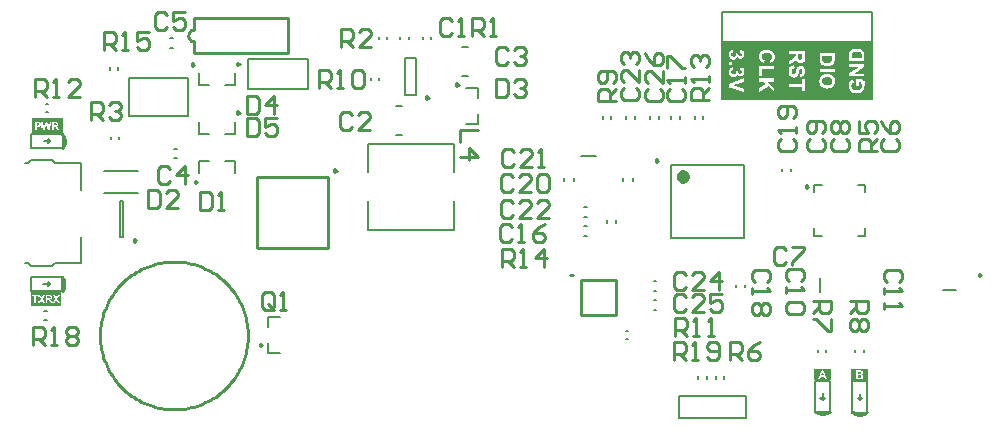
<source format=gto>
G04*
G04 #@! TF.GenerationSoftware,Altium Limited,Altium Designer,20.2.4 (192)*
G04*
G04 Layer_Color=65535*
%FSLAX44Y44*%
%MOMM*%
G71*
G04*
G04 #@! TF.SameCoordinates,B1776B65-D261-4C44-A5DE-40EC885F2A17*
G04*
G04*
G04 #@! TF.FilePolarity,Positive*
G04*
G01*
G75*
%ADD10C,0.2500*%
%ADD11C,0.2540*%
%ADD12C,0.6000*%
%ADD13C,0.2000*%
G36*
X719000Y272500D02*
X694000D01*
Y272500D01*
X667000D01*
Y272500D01*
X643000D01*
Y272500D01*
X590250D01*
Y322500D01*
X641500D01*
Y322500D01*
X668500D01*
Y322500D01*
X692000D01*
Y322500D01*
X719000D01*
Y272500D01*
D02*
G37*
G36*
X33155Y244160D02*
X7000D01*
Y257840D01*
X33155D01*
Y244160D01*
D02*
G37*
G36*
X683654Y35500D02*
X669654D01*
Y45500D01*
X683654D01*
Y35500D01*
D02*
G37*
G36*
X31500Y98500D02*
X6500D01*
Y110500D01*
X31500D01*
Y98500D01*
D02*
G37*
G36*
X715000Y35250D02*
X701000D01*
Y45250D01*
X715000D01*
Y35250D01*
D02*
G37*
%LPC*%
G36*
X610314Y315591D02*
D01*
Y311462D01*
X610296Y311850D01*
X610258Y312202D01*
X610185Y312535D01*
X610110Y312813D01*
X610036Y313035D01*
X609962Y313221D01*
X609925Y313332D01*
X609907Y313350D01*
Y313369D01*
X609740Y313665D01*
X609555Y313943D01*
X609370Y314165D01*
X609203Y314350D01*
X609036Y314498D01*
X608907Y314609D01*
X608833Y314683D01*
X608796Y314702D01*
X608518Y314869D01*
X608222Y315017D01*
X607907Y315128D01*
X607611Y315239D01*
X607333Y315313D01*
X607129Y315368D01*
X607037Y315387D01*
X606981D01*
X606944Y315406D01*
X606926D01*
X606555Y313146D01*
X606852Y313091D01*
X607111Y313017D01*
X607333Y312943D01*
X607500Y312850D01*
X607648Y312758D01*
X607759Y312684D01*
X607814Y312628D01*
X607833Y312610D01*
X607981Y312443D01*
X608092Y312258D01*
X608166Y312073D01*
X608222Y311906D01*
X608259Y311758D01*
X608277Y311647D01*
Y311535D01*
X608259Y311313D01*
X608222Y311091D01*
X608148Y310924D01*
X608092Y310776D01*
X608018Y310647D01*
X607944Y310573D01*
X607907Y310517D01*
X607888Y310499D01*
X607740Y310369D01*
X607555Y310276D01*
X607388Y310202D01*
X607222Y310165D01*
X607074Y310128D01*
X606963Y310110D01*
X606889D01*
X606852D01*
X606574Y310128D01*
X606333Y310184D01*
X606129Y310276D01*
X605963Y310369D01*
X605815Y310480D01*
X605722Y310554D01*
X605648Y310628D01*
X605629Y310647D01*
X605481Y310869D01*
X605370Y311110D01*
X605296Y311369D01*
X605241Y311610D01*
X605222Y311832D01*
X605204Y312017D01*
Y312184D01*
X603222Y312443D01*
X603278Y312202D01*
X603333Y311999D01*
X603370Y311795D01*
X603389Y311628D01*
X603407Y311499D01*
Y311313D01*
X603389Y311054D01*
X603315Y310832D01*
X603241Y310628D01*
X603130Y310443D01*
X603037Y310313D01*
X602944Y310202D01*
X602870Y310128D01*
X602852Y310110D01*
X602630Y309943D01*
X602389Y309813D01*
X602148Y309721D01*
X601908Y309647D01*
X601685Y309610D01*
X601519Y309591D01*
X601408D01*
X601389D01*
X601371D01*
X601019Y309610D01*
X600704Y309665D01*
X600426Y309758D01*
X600204Y309851D01*
X600037Y309962D01*
X599908Y310036D01*
X599815Y310110D01*
X599797Y310128D01*
X599612Y310332D01*
X599463Y310554D01*
X599371Y310758D01*
X599297Y310961D01*
X599260Y311147D01*
X599241Y311276D01*
X599223Y311369D01*
Y311406D01*
X599241Y311665D01*
X599297Y311887D01*
X599371Y312091D01*
X599463Y312276D01*
X599537Y312406D01*
X599612Y312517D01*
X599667Y312591D01*
X599686Y312610D01*
X599889Y312776D01*
X600111Y312924D01*
X600352Y313017D01*
X600574Y313109D01*
X600778Y313165D01*
X600945Y313202D01*
X601056Y313221D01*
X601074D01*
X601093D01*
X600797Y315591D01*
X600500Y315554D01*
X600223Y315480D01*
X599704Y315313D01*
X599260Y315109D01*
X599075Y314980D01*
X598889Y314869D01*
X598723Y314757D01*
X598593Y314646D01*
X598463Y314554D01*
X598371Y314461D01*
X598297Y314387D01*
X598241Y314332D01*
X598204Y314294D01*
X598186Y314276D01*
X598019Y314054D01*
X597852Y313813D01*
X597723Y313591D01*
X597612Y313332D01*
X597426Y312850D01*
X597315Y312406D01*
X597278Y312184D01*
X597241Y311999D01*
X597223Y311832D01*
X597204Y311684D01*
X597186Y311554D01*
Y311795D01*
Y311387D01*
X597204Y311054D01*
X597241Y310721D01*
X597297Y310425D01*
X597371Y310128D01*
X597463Y309869D01*
X597556Y309610D01*
X597667Y309369D01*
X597778Y309165D01*
X597889Y308980D01*
X598000Y308795D01*
X598093Y308666D01*
X598186Y308536D01*
X598260Y308443D01*
X598315Y308369D01*
X598352Y308332D01*
X598371Y308314D01*
X598593Y308092D01*
X598834Y307906D01*
X599075Y307740D01*
X599315Y307591D01*
X599574Y307480D01*
X599815Y307369D01*
X600260Y307221D01*
X600463Y307184D01*
X600667Y307147D01*
X600834Y307110D01*
X600982Y307092D01*
X601093Y307073D01*
X597186D01*
D01*
X610314D01*
Y315591D01*
D02*
G37*
G36*
X705889Y316517D02*
X705630D01*
X704982Y316498D01*
X704408Y316443D01*
X704130Y316424D01*
X703889Y316387D01*
X703648Y316350D01*
X703445Y316313D01*
X703260Y316257D01*
X703093Y316220D01*
X702945Y316183D01*
X702834Y316165D01*
X702741Y316128D01*
X702667Y316109D01*
X702630Y316091D01*
X702611D01*
X702167Y315924D01*
X701760Y315721D01*
X701408Y315517D01*
X701112Y315313D01*
X700871Y315146D01*
X700686Y314998D01*
X700575Y314906D01*
X700537Y314887D01*
Y314869D01*
X700241Y314554D01*
X700001Y314239D01*
X699797Y313906D01*
X699630Y313610D01*
X699501Y313350D01*
X699408Y313128D01*
X699389Y313054D01*
X699371Y312999D01*
X699352Y312962D01*
Y312943D01*
X699260Y312591D01*
X699204Y312202D01*
X699149Y311795D01*
X699130Y311406D01*
X699112Y311054D01*
X699093Y310906D01*
Y305796D01*
X711907D01*
Y310906D01*
Y310647D01*
X711888Y311147D01*
X711870Y311610D01*
X711833Y311999D01*
X711777Y312313D01*
X711722Y312573D01*
X711684Y312776D01*
X711666Y312832D01*
Y312887D01*
X711647Y312906D01*
Y312924D01*
X711499Y313332D01*
X711333Y313702D01*
X711166Y313998D01*
X710999Y314258D01*
X710851Y314461D01*
X710740Y314610D01*
X710666Y314702D01*
X710629Y314739D01*
X710277Y315054D01*
X709907Y315332D01*
X709518Y315572D01*
X709166Y315758D01*
X708833Y315906D01*
X708703Y315980D01*
X708592Y316017D01*
X708481Y316054D01*
X708407Y316091D01*
X708370Y316109D01*
X708352D01*
X707907Y316239D01*
X707444Y316350D01*
X707000Y316424D01*
X706574Y316461D01*
X706370Y316480D01*
X706185Y316498D01*
X706037D01*
X705889Y316517D01*
D02*
G37*
G36*
X661407Y314563D02*
X648593D01*
Y306879D01*
Y311971D01*
X653945D01*
Y311138D01*
X653926Y310878D01*
X653907Y310656D01*
X653870Y310471D01*
X653852Y310323D01*
X653815Y310230D01*
X653796Y310175D01*
Y310156D01*
X653722Y310008D01*
X653648Y309860D01*
X653556Y309730D01*
X653482Y309601D01*
X653389Y309508D01*
X653315Y309434D01*
X653278Y309397D01*
X653260Y309378D01*
X653167Y309304D01*
X653074Y309212D01*
X652796Y309008D01*
X652500Y308786D01*
X652167Y308545D01*
X651871Y308341D01*
X651723Y308249D01*
X651611Y308175D01*
X651519Y308101D01*
X651445Y308045D01*
X651389Y308027D01*
X651371Y308008D01*
X648593Y306157D01*
Y303046D01*
X651093Y304620D01*
X651352Y304786D01*
X651611Y304953D01*
X651834Y305101D01*
X652037Y305249D01*
X652223Y305379D01*
X652408Y305490D01*
X652685Y305712D01*
X652908Y305879D01*
X653056Y305990D01*
X653148Y306082D01*
X653167Y306101D01*
X653389Y306305D01*
X653593Y306545D01*
X653759Y306768D01*
X653926Y306990D01*
X654056Y307175D01*
X654148Y307323D01*
X654222Y307434D01*
X654241Y307453D01*
Y307471D01*
X654296Y307156D01*
X654370Y306879D01*
X654445Y306619D01*
X654537Y306360D01*
X654630Y306138D01*
X654722Y305934D01*
X654815Y305731D01*
X654926Y305564D01*
X655018Y305416D01*
X655111Y305286D01*
X655204Y305175D01*
X655278Y305101D01*
X655333Y305027D01*
X655389Y304971D01*
X655407Y304953D01*
X655426Y304934D01*
X655611Y304786D01*
X655796Y304657D01*
X656204Y304434D01*
X656592Y304286D01*
X656981Y304194D01*
X657315Y304120D01*
X657444Y304101D01*
X657574D01*
X657666Y304083D01*
X657759D01*
X657796D01*
X657814D01*
X658222Y304101D01*
X658611Y304175D01*
X658944Y304268D01*
X659240Y304360D01*
X659481Y304471D01*
X659666Y304564D01*
X659722Y304601D01*
X659777Y304638D01*
X659796Y304657D01*
X659814D01*
X660129Y304879D01*
X660388Y305120D01*
X660592Y305360D01*
X660777Y305601D01*
X660888Y305823D01*
X660981Y305990D01*
X661036Y306101D01*
X661055Y306119D01*
Y306138D01*
X661111Y306323D01*
X661166Y306527D01*
X661259Y306990D01*
X661314Y307490D01*
X661370Y307971D01*
Y308212D01*
X661388Y308416D01*
Y308619D01*
X661407Y308786D01*
Y304471D01*
Y314563D01*
D02*
G37*
G36*
X629528Y315452D02*
X629380D01*
X628824Y315433D01*
X628306Y315378D01*
X627806Y315304D01*
X627361Y315193D01*
X626936Y315082D01*
X626528Y314933D01*
X626176Y314785D01*
X625862Y314637D01*
X625565Y314489D01*
X625306Y314341D01*
X625102Y314193D01*
X624917Y314082D01*
X624788Y313971D01*
X624677Y313896D01*
X624621Y313841D01*
X624602Y313822D01*
X624288Y313508D01*
X624028Y313174D01*
X623788Y312822D01*
X623602Y312471D01*
X623436Y312119D01*
X623288Y311767D01*
X623177Y311434D01*
X623084Y311119D01*
X623010Y310804D01*
X622954Y310526D01*
X622917Y310267D01*
X622899Y310063D01*
X622880Y309878D01*
X622862Y309749D01*
Y309638D01*
X622880Y309249D01*
X622899Y308897D01*
X622954Y308545D01*
X623028Y308230D01*
X623103Y307934D01*
X623177Y307656D01*
X623269Y307397D01*
X623380Y307156D01*
X623473Y306953D01*
X623565Y306768D01*
X623639Y306601D01*
X623714Y306471D01*
X623788Y306360D01*
X623843Y306286D01*
X623862Y306249D01*
X623880Y306231D01*
X624084Y305990D01*
X624306Y305768D01*
X624806Y305360D01*
X625325Y305027D01*
X625825Y304768D01*
X626065Y304657D01*
X626287Y304564D01*
X626491Y304490D01*
X626658Y304416D01*
X626806Y304360D01*
X626917Y304323D01*
X626991Y304305D01*
X622862D01*
D01*
X636138D01*
D01*
X627010D01*
X627787Y306823D01*
X627287Y306971D01*
X626861Y307138D01*
X626510Y307304D01*
X626213Y307490D01*
X625991Y307638D01*
X625843Y307767D01*
X625750Y307860D01*
X625713Y307897D01*
X625491Y308193D01*
X625343Y308490D01*
X625232Y308786D01*
X625139Y309045D01*
X625102Y309286D01*
X625084Y309489D01*
X625065Y309564D01*
Y309656D01*
X625084Y309915D01*
X625102Y310156D01*
X625232Y310600D01*
X625380Y310989D01*
X625584Y311304D01*
X625769Y311563D01*
X625917Y311749D01*
X625991Y311822D01*
X626047Y311878D01*
X626065Y311897D01*
X626084Y311915D01*
X626287Y312063D01*
X626528Y312193D01*
X626787Y312323D01*
X627065Y312415D01*
X627639Y312563D01*
X628213Y312674D01*
X628491Y312711D01*
X628732Y312730D01*
X628972Y312767D01*
X629176D01*
X629324Y312785D01*
X629454D01*
X629546D01*
X629565D01*
X629991Y312767D01*
X630380Y312748D01*
X630731Y312711D01*
X631065Y312656D01*
X631361Y312582D01*
X631639Y312508D01*
X631879Y312434D01*
X632102Y312341D01*
X632287Y312267D01*
X632453Y312193D01*
X632583Y312119D01*
X632694Y312045D01*
X632787Y311989D01*
X632842Y311952D01*
X632879Y311915D01*
X632898D01*
X633083Y311749D01*
X633250Y311563D01*
X633379Y311378D01*
X633490Y311175D01*
X633675Y310786D01*
X633805Y310415D01*
X633879Y310100D01*
X633898Y309952D01*
X633916Y309841D01*
X633935Y309730D01*
Y309601D01*
X633916Y309230D01*
X633842Y308897D01*
X633750Y308601D01*
X633638Y308341D01*
X633527Y308138D01*
X633435Y307990D01*
X633361Y307897D01*
X633342Y307860D01*
X633120Y307619D01*
X632861Y307397D01*
X632602Y307230D01*
X632342Y307101D01*
X632120Y307008D01*
X631954Y306953D01*
X631879Y306916D01*
X631824D01*
X631805Y306897D01*
X631787D01*
X632398Y304342D01*
X632935Y304527D01*
X633398Y304731D01*
X633805Y304953D01*
X634138Y305157D01*
X634398Y305360D01*
X634509Y305434D01*
X634601Y305508D01*
X634657Y305564D01*
X634712Y305620D01*
X634749Y305638D01*
Y305657D01*
X634990Y305934D01*
X635212Y306249D01*
X635398Y306545D01*
X635546Y306860D01*
X635694Y307193D01*
X635805Y307508D01*
X635897Y307823D01*
X635972Y308119D01*
X636027Y308397D01*
X636064Y308656D01*
X636101Y308878D01*
X636120Y309082D01*
X636138Y309249D01*
Y309471D01*
X636120Y309952D01*
X636064Y310434D01*
X635972Y310860D01*
X635860Y311286D01*
X635731Y311656D01*
X635583Y312026D01*
X635416Y312341D01*
X635249Y312637D01*
X635083Y312915D01*
X634916Y313137D01*
X634768Y313341D01*
X634638Y313508D01*
X634527Y313637D01*
X634435Y313730D01*
X634379Y313785D01*
X634361Y313804D01*
X634009Y314100D01*
X633638Y314341D01*
X633250Y314563D01*
X632842Y314748D01*
X632416Y314915D01*
X632009Y315044D01*
X631602Y315156D01*
X631213Y315248D01*
X630824Y315322D01*
X630491Y315359D01*
X630176Y315396D01*
X629917Y315433D01*
X629695D01*
X629528Y315452D01*
D02*
G37*
G36*
X599889Y305018D02*
X597426D01*
Y302555D01*
X599889D01*
Y305018D01*
D02*
G37*
G36*
X686907Y312397D02*
X674093D01*
Y307545D01*
X674112Y307045D01*
X674130Y306582D01*
X674167Y306194D01*
X674223Y305879D01*
X674278Y305620D01*
X674315Y305416D01*
X674334Y305360D01*
Y305305D01*
X674352Y305286D01*
Y305268D01*
X674501Y304860D01*
X674667Y304490D01*
X674834Y304194D01*
X675001Y303934D01*
X675149Y303731D01*
X675260Y303583D01*
X675334Y303490D01*
X675371Y303453D01*
X675723Y303138D01*
X676093Y302861D01*
X676482Y302620D01*
X676834Y302435D01*
X677167Y302286D01*
X677297Y302212D01*
X677408Y302175D01*
X677519Y302138D01*
X677593Y302101D01*
X677630Y302083D01*
X677648D01*
X678093Y301953D01*
X678556Y301842D01*
X679000Y301768D01*
X679426Y301731D01*
X679630Y301712D01*
X679815Y301694D01*
X679963D01*
X680111Y301675D01*
X674093D01*
D01*
X686907D01*
Y312397D01*
D02*
G37*
G36*
Y299565D02*
X674093D01*
Y296972D01*
X686907D01*
Y299565D01*
D02*
G37*
G36*
X610314Y300648D02*
D01*
Y296519D01*
X610296Y296907D01*
X610258Y297259D01*
X610185Y297593D01*
X610110Y297870D01*
X610036Y298092D01*
X609962Y298278D01*
X609925Y298389D01*
X609907Y298407D01*
Y298426D01*
X609740Y298722D01*
X609555Y299000D01*
X609370Y299222D01*
X609203Y299407D01*
X609036Y299555D01*
X608907Y299666D01*
X608833Y299741D01*
X608796Y299759D01*
X608518Y299926D01*
X608222Y300074D01*
X607907Y300185D01*
X607611Y300296D01*
X607333Y300370D01*
X607129Y300426D01*
X607037Y300444D01*
X606981D01*
X606944Y300463D01*
X606926D01*
X606555Y298204D01*
X606852Y298148D01*
X607111Y298074D01*
X607333Y298000D01*
X607500Y297907D01*
X607648Y297815D01*
X607759Y297741D01*
X607814Y297685D01*
X607833Y297667D01*
X607981Y297500D01*
X608092Y297315D01*
X608166Y297130D01*
X608222Y296963D01*
X608259Y296815D01*
X608277Y296704D01*
Y296593D01*
X608259Y296371D01*
X608222Y296148D01*
X608148Y295982D01*
X608092Y295833D01*
X608018Y295704D01*
X607944Y295630D01*
X607907Y295574D01*
X607888Y295556D01*
X607740Y295426D01*
X607555Y295333D01*
X607388Y295259D01*
X607222Y295222D01*
X607074Y295185D01*
X606963Y295167D01*
X606889D01*
X606852D01*
X606574Y295185D01*
X606333Y295241D01*
X606129Y295333D01*
X605963Y295426D01*
X605815Y295537D01*
X605722Y295611D01*
X605648Y295685D01*
X605629Y295704D01*
X605481Y295926D01*
X605370Y296167D01*
X605296Y296426D01*
X605241Y296667D01*
X605222Y296889D01*
X605204Y297074D01*
Y297241D01*
X603222Y297500D01*
X603278Y297259D01*
X603333Y297056D01*
X603370Y296852D01*
X603389Y296685D01*
X603407Y296556D01*
Y296371D01*
X603389Y296111D01*
X603315Y295889D01*
X603241Y295685D01*
X603130Y295500D01*
X603037Y295371D01*
X602944Y295259D01*
X602870Y295185D01*
X602852Y295167D01*
X602630Y295000D01*
X602389Y294871D01*
X602148Y294778D01*
X601908Y294704D01*
X601685Y294667D01*
X601519Y294648D01*
X601408D01*
X601389D01*
X601371D01*
X601019Y294667D01*
X600704Y294722D01*
X600426Y294815D01*
X600204Y294908D01*
X600037Y295019D01*
X599908Y295093D01*
X599815Y295167D01*
X599797Y295185D01*
X599612Y295389D01*
X599463Y295611D01*
X599371Y295815D01*
X599297Y296019D01*
X599260Y296204D01*
X599241Y296333D01*
X599223Y296426D01*
Y296463D01*
X599241Y296722D01*
X599297Y296945D01*
X599371Y297148D01*
X599463Y297333D01*
X599537Y297463D01*
X599612Y297574D01*
X599667Y297648D01*
X599686Y297667D01*
X599889Y297833D01*
X600111Y297981D01*
X600352Y298074D01*
X600574Y298167D01*
X600778Y298222D01*
X600945Y298259D01*
X601056Y298278D01*
X601074D01*
X601093D01*
X600797Y300648D01*
X600500Y300611D01*
X600223Y300537D01*
X599704Y300370D01*
X599260Y300166D01*
X599075Y300037D01*
X598889Y299926D01*
X598723Y299814D01*
X598593Y299703D01*
X598463Y299611D01*
X598371Y299518D01*
X598297Y299444D01*
X598241Y299389D01*
X598204Y299352D01*
X598186Y299333D01*
X598019Y299111D01*
X597852Y298870D01*
X597723Y298648D01*
X597612Y298389D01*
X597426Y297907D01*
X597315Y297463D01*
X597278Y297241D01*
X597241Y297056D01*
X597223Y296889D01*
X597204Y296741D01*
X597186Y296611D01*
Y296852D01*
Y296444D01*
X597204Y296111D01*
X597241Y295778D01*
X597297Y295482D01*
X597371Y295185D01*
X597463Y294926D01*
X597556Y294667D01*
X597667Y294426D01*
X597778Y294223D01*
X597889Y294037D01*
X598000Y293852D01*
X598093Y293723D01*
X598186Y293593D01*
X598260Y293500D01*
X598315Y293426D01*
X598352Y293389D01*
X598371Y293371D01*
X598593Y293149D01*
X598834Y292963D01*
X599075Y292797D01*
X599315Y292649D01*
X599574Y292537D01*
X599815Y292426D01*
X600260Y292278D01*
X600463Y292241D01*
X600667Y292204D01*
X600834Y292167D01*
X600982Y292149D01*
X601093Y292130D01*
X597186D01*
D01*
X610314D01*
Y300648D01*
D02*
G37*
G36*
X635805Y302009D02*
X623084D01*
Y292973D01*
X635805D01*
D01*
X625251D01*
Y299416D01*
X635805D01*
Y302009D01*
D02*
G37*
G36*
X711907Y303055D02*
X699093D01*
Y300667D01*
X707722D01*
X699093Y295371D01*
Y292871D01*
X711907D01*
Y303055D01*
D02*
G37*
G36*
X661647Y302324D02*
X648353D01*
Y291899D01*
D01*
Y297046D01*
X648371Y296454D01*
X648427Y295917D01*
X648501Y295435D01*
X648538Y295232D01*
X648593Y295028D01*
X648630Y294861D01*
X648667Y294713D01*
X648704Y294584D01*
X648741Y294473D01*
X648778Y294380D01*
X648797Y294324D01*
X648816Y294287D01*
Y294269D01*
X649019Y293862D01*
X649241Y293528D01*
X649464Y293213D01*
X649704Y292973D01*
X649908Y292787D01*
X650093Y292639D01*
X650204Y292565D01*
X650223Y292528D01*
X650241D01*
X650612Y292325D01*
X650963Y292158D01*
X651315Y292047D01*
X651648Y291973D01*
X651908Y291936D01*
X652037Y291917D01*
X652130Y291899D01*
X652315D01*
X652759Y291917D01*
X653148Y291973D01*
X653500Y292065D01*
X653796Y292158D01*
X654037Y292250D01*
X654204Y292343D01*
X654315Y292399D01*
X654352Y292417D01*
X654648Y292621D01*
X654907Y292862D01*
X655130Y293102D01*
X655315Y293325D01*
X655463Y293528D01*
X655574Y293695D01*
X655648Y293806D01*
X655667Y293824D01*
Y293843D01*
X655759Y294028D01*
X655852Y294213D01*
X656018Y294658D01*
X656167Y295121D01*
X656315Y295565D01*
X656370Y295769D01*
X656426Y295972D01*
X656481Y296157D01*
X656518Y296306D01*
X656555Y296435D01*
X656574Y296528D01*
X656592Y296602D01*
Y296620D01*
X656685Y296954D01*
X656759Y297250D01*
X656833Y297528D01*
X656907Y297787D01*
X656981Y297991D01*
X657055Y298194D01*
X657129Y298361D01*
X657185Y298509D01*
X657241Y298639D01*
X657296Y298731D01*
X657333Y298824D01*
X657370Y298880D01*
X657426Y298972D01*
X657444Y298991D01*
X657574Y299120D01*
X657703Y299213D01*
X657833Y299268D01*
X657963Y299305D01*
X658055Y299342D01*
X658148Y299361D01*
X658203D01*
X658222D01*
X658407Y299342D01*
X658555Y299305D01*
X658703Y299231D01*
X658814Y299157D01*
X658907Y299083D01*
X658963Y299009D01*
X659000Y298972D01*
X659018Y298953D01*
X659185Y298694D01*
X659296Y298417D01*
X659388Y298120D01*
X659444Y297843D01*
X659481Y297602D01*
X659500Y297398D01*
Y297213D01*
X659481Y296824D01*
X659426Y296491D01*
X659351Y296213D01*
X659277Y295991D01*
X659203Y295806D01*
X659129Y295676D01*
X659074Y295602D01*
X659055Y295583D01*
X658870Y295398D01*
X658648Y295232D01*
X658426Y295102D01*
X658185Y295009D01*
X657981Y294935D01*
X657814Y294898D01*
X657685Y294861D01*
X657666D01*
X657648D01*
X657740Y292269D01*
X658074Y292288D01*
X658370Y292343D01*
X658666Y292417D01*
X658925Y292510D01*
X659185Y292602D01*
X659426Y292713D01*
X659629Y292824D01*
X659833Y292936D01*
X659999Y293065D01*
X660148Y293176D01*
X660277Y293288D01*
X660388Y293380D01*
X660462Y293454D01*
X660518Y293510D01*
X660555Y293547D01*
X660574Y293565D01*
X660759Y293806D01*
X660925Y294065D01*
X661074Y294343D01*
X661203Y294639D01*
X661296Y294935D01*
X661388Y295232D01*
X661518Y295824D01*
X661555Y296102D01*
X661592Y296343D01*
X661610Y296583D01*
X661629Y296787D01*
X661647Y296954D01*
Y297176D01*
X661629Y297713D01*
X661573Y298194D01*
X661499Y298620D01*
X661425Y298991D01*
X661370Y299157D01*
X661333Y299305D01*
X661296Y299416D01*
X661259Y299527D01*
X661222Y299602D01*
X661203Y299657D01*
X661185Y299694D01*
Y299713D01*
X660999Y300083D01*
X660796Y300398D01*
X660574Y300676D01*
X660370Y300898D01*
X660185Y301083D01*
X660036Y301194D01*
X659925Y301287D01*
X659907Y301305D01*
X659888D01*
X659574Y301490D01*
X659240Y301620D01*
X658925Y301712D01*
X658648Y301768D01*
X658407Y301805D01*
X658222Y301842D01*
X658148D01*
X658092D01*
X658074D01*
X658055D01*
X657777Y301824D01*
X657500Y301787D01*
X657259Y301731D01*
X657018Y301657D01*
X656574Y301472D01*
X656185Y301250D01*
X656018Y301157D01*
X655889Y301046D01*
X655759Y300953D01*
X655648Y300861D01*
X655574Y300787D01*
X655518Y300731D01*
X655481Y300694D01*
X655463Y300676D01*
X655333Y300509D01*
X655204Y300305D01*
X655074Y300102D01*
X654963Y299861D01*
X654741Y299398D01*
X654556Y298916D01*
X654482Y298676D01*
X654408Y298472D01*
X654352Y298268D01*
X654296Y298102D01*
X654259Y297972D01*
X654222Y297861D01*
X654204Y297787D01*
Y297768D01*
X654130Y297472D01*
X654056Y297213D01*
X654000Y296972D01*
X653945Y296750D01*
X653889Y296565D01*
X653852Y296398D01*
X653796Y296250D01*
X653759Y296120D01*
X653741Y296009D01*
X653704Y295917D01*
X653667Y295787D01*
X653630Y295713D01*
Y295695D01*
X653537Y295454D01*
X653445Y295269D01*
X653352Y295102D01*
X653260Y294972D01*
X653185Y294880D01*
X653130Y294824D01*
X653093Y294787D01*
X653074Y294769D01*
X652945Y294676D01*
X652815Y294602D01*
X652685Y294565D01*
X652574Y294528D01*
X652463Y294510D01*
X652371Y294491D01*
X652315D01*
X652297D01*
X652037Y294510D01*
X651815Y294584D01*
X651593Y294695D01*
X651408Y294806D01*
X651260Y294935D01*
X651149Y295028D01*
X651075Y295102D01*
X651056Y295139D01*
X650889Y295398D01*
X650760Y295695D01*
X650667Y296009D01*
X650612Y296306D01*
X650574Y296583D01*
X650537Y296806D01*
Y297009D01*
X650556Y297435D01*
X650630Y297806D01*
X650723Y298120D01*
X650834Y298398D01*
X650945Y298620D01*
X651038Y298768D01*
X651112Y298861D01*
X651130Y298898D01*
X651389Y299139D01*
X651667Y299324D01*
X651982Y299491D01*
X652297Y299602D01*
X652574Y299694D01*
X652796Y299768D01*
X652871Y299787D01*
X652945D01*
X652982Y299805D01*
X653000D01*
X652759Y302324D01*
X652371Y302268D01*
X652000Y302194D01*
X651648Y302083D01*
X651334Y301990D01*
X651038Y301861D01*
X650760Y301731D01*
X650519Y301601D01*
X650297Y301472D01*
X650112Y301342D01*
X649945Y301213D01*
X649797Y301101D01*
X649667Y300990D01*
X649575Y300916D01*
X649519Y300842D01*
X649482Y300805D01*
X649464Y300787D01*
X649260Y300527D01*
X649093Y300250D01*
X648945Y299953D01*
X648816Y299639D01*
X648723Y299342D01*
X648630Y299028D01*
X648501Y298417D01*
X648445Y298139D01*
X648408Y297880D01*
X648390Y297657D01*
X648371Y297454D01*
X648353Y297287D01*
Y302324D01*
X661647D01*
D02*
G37*
G36*
X661407Y290602D02*
X659240D01*
Y286807D01*
X648593D01*
Y290602D01*
Y280437D01*
Y284214D01*
X659240D01*
Y280437D01*
X648593D01*
X661407D01*
Y290602D01*
D02*
G37*
G36*
X712147Y290464D02*
D01*
Y284983D01*
X712129Y285575D01*
X712055Y286131D01*
X711962Y286668D01*
X711851Y287131D01*
X711796Y287334D01*
X711740Y287520D01*
X711684Y287686D01*
X711647Y287834D01*
X711610Y287946D01*
X711573Y288020D01*
X711555Y288075D01*
Y288094D01*
X711333Y288649D01*
X711092Y289112D01*
X710851Y289520D01*
X710648Y289871D01*
X710462Y290131D01*
X710388Y290223D01*
X710314Y290316D01*
X710259Y290371D01*
X710222Y290427D01*
X710185Y290464D01*
X712147D01*
X705037D01*
Y284890D01*
X707204D01*
Y287853D01*
X708851D01*
X709018Y287631D01*
X709166Y287390D01*
X709296Y287149D01*
X709407Y286927D01*
X709500Y286742D01*
X709574Y286575D01*
X709611Y286483D01*
X709629Y286464D01*
Y286446D01*
X709740Y286149D01*
X709814Y285853D01*
X709870Y285575D01*
X709907Y285335D01*
X709926Y285112D01*
X709944Y284964D01*
Y284816D01*
X709926Y284520D01*
X709888Y284224D01*
X709833Y283965D01*
X709759Y283705D01*
X709574Y283242D01*
X709481Y283057D01*
X709370Y282872D01*
X709259Y282705D01*
X709166Y282557D01*
X709055Y282446D01*
X708981Y282335D01*
X708907Y282261D01*
X708851Y282205D01*
X708814Y282168D01*
X708796Y282150D01*
X708574Y281983D01*
X708315Y281817D01*
X708055Y281687D01*
X707777Y281576D01*
X707204Y281391D01*
X706648Y281280D01*
X706389Y281243D01*
X706130Y281206D01*
X705926Y281187D01*
X705722Y281168D01*
X705574Y281150D01*
X705444D01*
X705370D01*
X705352D01*
X704963Y281168D01*
X704611Y281187D01*
X704259Y281243D01*
X703945Y281298D01*
X703667Y281372D01*
X703408Y281465D01*
X703167Y281557D01*
X702945Y281650D01*
X702759Y281724D01*
X702593Y281817D01*
X702463Y281909D01*
X702352Y281983D01*
X702260Y282039D01*
X702204Y282094D01*
X702167Y282113D01*
X702149Y282131D01*
X701963Y282335D01*
X701778Y282539D01*
X701648Y282761D01*
X701519Y282983D01*
X701408Y283205D01*
X701315Y283428D01*
X701186Y283853D01*
X701149Y284057D01*
X701112Y284242D01*
X701093Y284409D01*
X701075Y284557D01*
X701056Y284668D01*
Y284835D01*
X701075Y285242D01*
X701149Y285594D01*
X701223Y285909D01*
X701334Y286187D01*
X701426Y286390D01*
X701519Y286557D01*
X701593Y286649D01*
X701611Y286686D01*
X701834Y286946D01*
X702074Y287168D01*
X702315Y287353D01*
X702556Y287483D01*
X702778Y287594D01*
X702945Y287668D01*
X703056Y287705D01*
X703074Y287723D01*
X703093D01*
X702611Y290297D01*
X702297Y290223D01*
X701982Y290112D01*
X701704Y290001D01*
X701445Y289853D01*
X701186Y289723D01*
X700963Y289575D01*
X700760Y289427D01*
X700575Y289279D01*
X700408Y289131D01*
X700260Y289001D01*
X700130Y288890D01*
X700038Y288779D01*
X699964Y288686D01*
X699890Y288612D01*
X699871Y288575D01*
X699852Y288557D01*
X699667Y288297D01*
X699519Y288020D01*
X699389Y287723D01*
X699278Y287409D01*
X699093Y286798D01*
X698982Y286205D01*
X698927Y285927D01*
X698908Y285668D01*
X698890Y285427D01*
X698871Y285224D01*
X698852Y285057D01*
Y284835D01*
X698871Y284168D01*
X698945Y283576D01*
X699001Y283316D01*
X699056Y283057D01*
X699112Y282817D01*
X699167Y282613D01*
X699241Y282428D01*
X699297Y282242D01*
X699352Y282113D01*
X699389Y281983D01*
X699445Y281891D01*
X699464Y281817D01*
X699501Y281779D01*
Y281761D01*
X699834Y281187D01*
X700038Y280946D01*
X700223Y280706D01*
X700426Y280483D01*
X700630Y280280D01*
X700834Y280095D01*
X701019Y279928D01*
X701204Y279798D01*
X701371Y279669D01*
X701519Y279557D01*
X701648Y279465D01*
X701760Y279409D01*
X701834Y279354D01*
X701889Y279335D01*
X701908Y279317D01*
X702204Y279169D01*
X702500Y279039D01*
X703111Y278835D01*
X703722Y278687D01*
X704259Y278595D01*
X704519Y278558D01*
X704741Y278521D01*
X704945Y278502D01*
X705130D01*
X705259Y278484D01*
X698852D01*
D01*
X712147D01*
Y290464D01*
D02*
G37*
G36*
X680593Y295028D02*
X680407D01*
X679852Y295009D01*
X679315Y294954D01*
X678815Y294880D01*
X678352Y294769D01*
X677926Y294639D01*
X677537Y294491D01*
X677167Y294343D01*
X676852Y294176D01*
X676556Y294028D01*
X676315Y293880D01*
X676093Y293732D01*
X675908Y293602D01*
X675778Y293491D01*
X675667Y293417D01*
X675612Y293361D01*
X675593Y293343D01*
X675278Y293010D01*
X675019Y292658D01*
X674778Y292306D01*
X674593Y291917D01*
X674427Y291547D01*
X674278Y291158D01*
X674167Y290806D01*
X674075Y290436D01*
X674001Y290103D01*
X673945Y289788D01*
X673908Y289510D01*
X673890Y289269D01*
X673871Y289084D01*
X673853Y288936D01*
Y288806D01*
X673871Y288288D01*
X673927Y287806D01*
X674019Y287344D01*
X674130Y286918D01*
X674260Y286510D01*
X674408Y286140D01*
X674556Y285807D01*
X674723Y285492D01*
X674890Y285233D01*
X675038Y284992D01*
X675186Y284788D01*
X675315Y284622D01*
X675426Y284473D01*
X675519Y284381D01*
X675575Y284325D01*
X675593Y284307D01*
X675945Y284011D01*
X676315Y283751D01*
X676704Y283511D01*
X677093Y283326D01*
X677500Y283159D01*
X677908Y283011D01*
X678315Y282900D01*
X678704Y282807D01*
X679056Y282752D01*
X679408Y282696D01*
X679704Y282659D01*
X679963Y282622D01*
X680185D01*
X680352Y282603D01*
X673853D01*
D01*
X687148D01*
Y288843D01*
D01*
X687129Y289399D01*
X687073Y289936D01*
X686981Y290399D01*
X686888Y290806D01*
X686833Y290973D01*
X686796Y291140D01*
X686759Y291269D01*
X686703Y291380D01*
X686685Y291473D01*
X686647Y291547D01*
X686629Y291584D01*
Y291602D01*
X686481Y291936D01*
X686296Y292250D01*
X686092Y292528D01*
X685907Y292769D01*
X685740Y292973D01*
X685592Y293139D01*
X685499Y293232D01*
X685481Y293250D01*
X685462Y293269D01*
X685166Y293528D01*
X684851Y293769D01*
X684574Y293972D01*
X684296Y294139D01*
X684055Y294269D01*
X683870Y294380D01*
X683796Y294398D01*
X683740Y294436D01*
X683722Y294454D01*
X683703D01*
X683185Y294639D01*
X682629Y294787D01*
X682074Y294880D01*
X681555Y294954D01*
X681315Y294972D01*
X681093Y294991D01*
X680907Y295009D01*
X680741D01*
X680593Y295028D01*
D02*
G37*
G36*
X635897Y291121D02*
X623084D01*
Y288529D01*
X626954D01*
X629102Y286436D01*
X623084Y282900D01*
Y279548D01*
X635897D01*
Y291121D01*
D02*
G37*
G36*
X610240Y291353D02*
X597426Y286760D01*
Y279409D01*
Y283964D01*
X610240Y279409D01*
Y282168D01*
X600760Y285298D01*
X610240Y288556D01*
Y291353D01*
D02*
G37*
%LPD*%
G36*
X610314Y307073D02*
X601259D01*
X601685Y307110D01*
X602056Y307184D01*
X602407Y307277D01*
X602685Y307406D01*
X602926Y307536D01*
X603093Y307628D01*
X603204Y307703D01*
X603241Y307740D01*
X603518Y307999D01*
X603759Y308295D01*
X603944Y308591D01*
X604092Y308869D01*
X604204Y309110D01*
X604259Y309314D01*
X604296Y309388D01*
Y309443D01*
X604315Y309480D01*
Y309499D01*
X604518Y309165D01*
X604722Y308888D01*
X604944Y308647D01*
X605167Y308425D01*
X605389Y308240D01*
X605611Y308092D01*
X605833Y307980D01*
X606037Y307869D01*
X606240Y307795D01*
X606426Y307740D01*
X606592Y307703D01*
X606740Y307684D01*
X606852Y307666D01*
X606944Y307647D01*
X607000D01*
X607018D01*
X607240Y307666D01*
X607444Y307684D01*
X607851Y307795D01*
X608222Y307925D01*
X608536Y308092D01*
X608796Y308258D01*
X608981Y308406D01*
X609055Y308462D01*
X609110Y308517D01*
X609129Y308536D01*
X609147Y308554D01*
X609351Y308758D01*
X609536Y308999D01*
X609684Y309221D01*
X609814Y309462D01*
X609944Y309721D01*
X610036Y309962D01*
X610166Y310425D01*
X610221Y310628D01*
X610258Y310832D01*
X610277Y310999D01*
X610296Y311165D01*
X610314Y311295D01*
Y307073D01*
D02*
G37*
G36*
X706037Y313832D02*
X706518Y313813D01*
X706907Y313758D01*
X707241Y313721D01*
X707518Y313665D01*
X707629Y313647D01*
X707703Y313610D01*
X707777Y313591D01*
X707833D01*
X707852Y313573D01*
X707870D01*
X708166Y313461D01*
X708426Y313369D01*
X708629Y313239D01*
X708796Y313147D01*
X708926Y313054D01*
X709018Y312980D01*
X709074Y312924D01*
X709092Y312906D01*
X709222Y312739D01*
X709333Y312573D01*
X709426Y312406D01*
X709500Y312239D01*
X709555Y312091D01*
X709592Y311980D01*
X709629Y311906D01*
Y311869D01*
X709666Y311665D01*
X709685Y311425D01*
X709722Y311165D01*
Y310906D01*
X709740Y310665D01*
Y308388D01*
X701260D01*
Y310073D01*
X701278Y310314D01*
Y310536D01*
X701297Y310721D01*
Y310888D01*
X701315Y311054D01*
Y311184D01*
X701352Y311388D01*
X701371Y311536D01*
X701389Y311628D01*
Y311647D01*
X701463Y311906D01*
X701556Y312128D01*
X701648Y312332D01*
X701760Y312517D01*
X701852Y312647D01*
X701926Y312758D01*
X701982Y312813D01*
X702000Y312832D01*
X702186Y312999D01*
X702389Y313147D01*
X702593Y313276D01*
X702778Y313387D01*
X702963Y313461D01*
X703111Y313517D01*
X703204Y313554D01*
X703222Y313573D01*
X703241D01*
X703574Y313665D01*
X703926Y313739D01*
X704315Y313776D01*
X704685Y313813D01*
X705000Y313832D01*
X705148Y313850D01*
X705278D01*
X705370D01*
X705444D01*
X705500D01*
X705518D01*
X706037Y313832D01*
D02*
G37*
G36*
X659240Y309008D02*
X659222Y308841D01*
Y308434D01*
X659203Y308267D01*
Y308156D01*
X659185Y308101D01*
Y308082D01*
X659129Y307860D01*
X659055Y307656D01*
X658981Y307490D01*
X658888Y307360D01*
X658796Y307249D01*
X658740Y307156D01*
X658685Y307119D01*
X658666Y307101D01*
X658518Y306990D01*
X658333Y306897D01*
X658166Y306842D01*
X658000Y306786D01*
X657852Y306768D01*
X657740Y306749D01*
X657666D01*
X657629D01*
X657426Y306768D01*
X657241Y306786D01*
X657074Y306842D01*
X656926Y306879D01*
X656815Y306934D01*
X656741Y306990D01*
X656685Y307008D01*
X656666Y307027D01*
X656537Y307138D01*
X656426Y307249D01*
X656259Y307490D01*
X656204Y307582D01*
X656167Y307675D01*
X656130Y307730D01*
Y307749D01*
X656111Y307841D01*
X656074Y307990D01*
X656056Y308138D01*
X656037Y308304D01*
X656018Y308693D01*
X656000Y309082D01*
X655981Y309452D01*
Y311971D01*
X659240D01*
Y309008D01*
D02*
G37*
G36*
X684740Y308119D02*
X684722Y307878D01*
Y307656D01*
X684703Y307471D01*
Y307304D01*
X684685Y307138D01*
Y307008D01*
X684648Y306805D01*
X684629Y306656D01*
X684611Y306564D01*
Y306545D01*
X684537Y306286D01*
X684444Y306064D01*
X684352Y305860D01*
X684240Y305675D01*
X684148Y305545D01*
X684074Y305434D01*
X684018Y305379D01*
X684000Y305360D01*
X683814Y305194D01*
X683611Y305046D01*
X683407Y304916D01*
X683222Y304805D01*
X683037Y304731D01*
X682889Y304675D01*
X682796Y304638D01*
X682778Y304620D01*
X682759D01*
X682426Y304527D01*
X682074Y304453D01*
X681685Y304416D01*
X681315Y304379D01*
X681000Y304360D01*
X680852Y304342D01*
X680722D01*
X680630D01*
X680556D01*
X680500D01*
X680481D01*
X679963Y304360D01*
X679482Y304379D01*
X679093Y304434D01*
X678760Y304471D01*
X678482Y304527D01*
X678371Y304545D01*
X678297Y304583D01*
X678223Y304601D01*
X678167D01*
X678148Y304620D01*
X678130D01*
X677834Y304731D01*
X677574Y304823D01*
X677371Y304953D01*
X677204Y305046D01*
X677075Y305138D01*
X676982Y305212D01*
X676926Y305268D01*
X676908Y305286D01*
X676778Y305453D01*
X676667Y305620D01*
X676574Y305786D01*
X676500Y305953D01*
X676445Y306101D01*
X676408Y306212D01*
X676371Y306286D01*
Y306323D01*
X676334Y306527D01*
X676315Y306768D01*
X676278Y307027D01*
Y307286D01*
X676260Y307527D01*
Y309804D01*
X684740D01*
Y308119D01*
D02*
G37*
G36*
X686907Y301675D02*
X680370D01*
X681019Y301694D01*
X681592Y301749D01*
X681870Y301768D01*
X682111Y301805D01*
X682352Y301842D01*
X682555Y301879D01*
X682740Y301935D01*
X682907Y301972D01*
X683055Y302009D01*
X683166Y302027D01*
X683259Y302064D01*
X683333Y302083D01*
X683370Y302101D01*
X683389D01*
X683833Y302268D01*
X684240Y302472D01*
X684592Y302675D01*
X684889Y302879D01*
X685129Y303046D01*
X685314Y303194D01*
X685425Y303286D01*
X685462Y303305D01*
Y303323D01*
X685759Y303638D01*
X686000Y303953D01*
X686203Y304286D01*
X686370Y304583D01*
X686499Y304842D01*
X686592Y305064D01*
X686610Y305138D01*
X686629Y305194D01*
X686647Y305231D01*
Y305249D01*
X686740Y305601D01*
X686796Y305990D01*
X686851Y306397D01*
X686870Y306786D01*
X686888Y307138D01*
X686907Y307286D01*
Y301675D01*
D02*
G37*
G36*
X610314Y292130D02*
X601259D01*
X601685Y292167D01*
X602056Y292241D01*
X602407Y292334D01*
X602685Y292463D01*
X602926Y292593D01*
X603093Y292686D01*
X603204Y292760D01*
X603241Y292797D01*
X603518Y293056D01*
X603759Y293352D01*
X603944Y293648D01*
X604092Y293926D01*
X604204Y294167D01*
X604259Y294371D01*
X604296Y294445D01*
Y294500D01*
X604315Y294537D01*
Y294556D01*
X604518Y294223D01*
X604722Y293945D01*
X604944Y293704D01*
X605167Y293482D01*
X605389Y293297D01*
X605611Y293149D01*
X605833Y293037D01*
X606037Y292926D01*
X606240Y292852D01*
X606426Y292797D01*
X606592Y292760D01*
X606740Y292741D01*
X606852Y292723D01*
X606944Y292704D01*
X607000D01*
X607018D01*
X607240Y292723D01*
X607444Y292741D01*
X607851Y292852D01*
X608222Y292982D01*
X608536Y293149D01*
X608796Y293315D01*
X608981Y293463D01*
X609055Y293519D01*
X609110Y293574D01*
X609129Y293593D01*
X609147Y293612D01*
X609351Y293815D01*
X609536Y294056D01*
X609684Y294278D01*
X609814Y294519D01*
X609944Y294778D01*
X610036Y295019D01*
X610166Y295482D01*
X610221Y295685D01*
X610258Y295889D01*
X610277Y296056D01*
X610296Y296222D01*
X610314Y296352D01*
Y292130D01*
D02*
G37*
G36*
X711907Y295260D02*
X703463D01*
X711907Y300463D01*
Y295260D01*
D02*
G37*
G36*
X712147Y278484D02*
X705463D01*
X706148Y278521D01*
X706778Y278595D01*
X707352Y278724D01*
X707629Y278780D01*
X707870Y278854D01*
X708092Y278928D01*
X708296Y278983D01*
X708463Y279058D01*
X708611Y279113D01*
X708722Y279150D01*
X708814Y279187D01*
X708870Y279224D01*
X708888D01*
X709444Y279539D01*
X709926Y279891D01*
X710351Y280261D01*
X710685Y280632D01*
X710833Y280798D01*
X710962Y280965D01*
X711074Y281094D01*
X711148Y281224D01*
X711222Y281317D01*
X711277Y281409D01*
X711296Y281446D01*
X711314Y281465D01*
X711462Y281761D01*
X711592Y282039D01*
X711796Y282650D01*
X711944Y283242D01*
X712036Y283779D01*
X712073Y284039D01*
X712110Y284261D01*
X712129Y284464D01*
Y284650D01*
X712147Y284779D01*
Y278484D01*
D02*
G37*
G36*
X680907Y292343D02*
X681278Y292325D01*
X681629Y292269D01*
X681963Y292213D01*
X682259Y292139D01*
X682537Y292065D01*
X682778Y291973D01*
X683000Y291880D01*
X683204Y291788D01*
X683370Y291695D01*
X683500Y291621D01*
X683629Y291547D01*
X683722Y291491D01*
X683777Y291436D01*
X683814Y291417D01*
X683833Y291399D01*
X684037Y291214D01*
X684203Y291010D01*
X684352Y290788D01*
X684481Y290584D01*
X684592Y290362D01*
X684666Y290140D01*
X684814Y289732D01*
X684889Y289362D01*
X684907Y289214D01*
X684926Y289066D01*
X684944Y288955D01*
Y288806D01*
X684926Y288510D01*
X684889Y288232D01*
X684851Y287973D01*
X684777Y287732D01*
X684592Y287307D01*
X684500Y287103D01*
X684407Y286936D01*
X684296Y286770D01*
X684203Y286640D01*
X684111Y286529D01*
X684018Y286418D01*
X683944Y286344D01*
X683907Y286288D01*
X683870Y286270D01*
X683851Y286251D01*
X683629Y286084D01*
X683389Y285918D01*
X683148Y285788D01*
X682870Y285677D01*
X682315Y285511D01*
X681778Y285399D01*
X681537Y285344D01*
X681296Y285325D01*
X681093Y285307D01*
X680907Y285288D01*
X680741Y285270D01*
X680630D01*
X680556D01*
X680537D01*
X680130Y285288D01*
X679741Y285307D01*
X679389Y285362D01*
X679074Y285418D01*
X678760Y285492D01*
X678482Y285585D01*
X678241Y285677D01*
X678019Y285770D01*
X677815Y285862D01*
X677648Y285955D01*
X677500Y286029D01*
X677371Y286122D01*
X677278Y286177D01*
X677223Y286233D01*
X677186Y286251D01*
X677167Y286270D01*
X676963Y286455D01*
X676797Y286658D01*
X676649Y286881D01*
X676519Y287084D01*
X676426Y287307D01*
X676334Y287510D01*
X676204Y287918D01*
X676112Y288269D01*
X676093Y288418D01*
X676075Y288547D01*
X676056Y288658D01*
Y288806D01*
X676075Y289084D01*
X676112Y289362D01*
X676167Y289621D01*
X676241Y289862D01*
X676408Y290306D01*
X676630Y290658D01*
X676723Y290825D01*
X676834Y290954D01*
X676926Y291084D01*
X677019Y291176D01*
X677075Y291251D01*
X677130Y291306D01*
X677167Y291343D01*
X677186Y291362D01*
X677408Y291528D01*
X677648Y291695D01*
X677908Y291825D01*
X678186Y291936D01*
X678722Y292121D01*
X679259Y292232D01*
X679519Y292269D01*
X679741Y292306D01*
X679963Y292325D01*
X680148Y292343D01*
X680296Y292362D01*
X680407D01*
X680481D01*
X680500D01*
X680907Y292343D01*
D02*
G37*
G36*
X687148Y282603D02*
X680481D01*
X681056Y282622D01*
X681592Y282677D01*
X682093Y282752D01*
X682574Y282863D01*
X683000Y282992D01*
X683407Y283140D01*
X683777Y283288D01*
X684092Y283455D01*
X684389Y283622D01*
X684648Y283770D01*
X684870Y283918D01*
X685055Y284048D01*
X685185Y284140D01*
X685296Y284233D01*
X685351Y284288D01*
X685370Y284307D01*
X685685Y284640D01*
X685962Y284992D01*
X686203Y285362D01*
X686407Y285733D01*
X686573Y286122D01*
X686722Y286492D01*
X686833Y286862D01*
X686925Y287214D01*
X686999Y287547D01*
X687055Y287862D01*
X687092Y288140D01*
X687129Y288381D01*
Y288566D01*
X687148Y288714D01*
Y282603D01*
D02*
G37*
G36*
X635897Y283270D02*
X630194Y288529D01*
X635897D01*
Y283270D01*
D02*
G37*
G36*
Y279789D02*
Y279548D01*
X623084D01*
X630898Y284640D01*
X635897Y279789D01*
D02*
G37*
%LPC*%
G36*
X12358Y254199D02*
X10000D01*
Y247801D01*
X14900D01*
Y250797D01*
Y247801D01*
X11294D01*
Y250214D01*
X12441D01*
X12580Y250223D01*
X12709D01*
X12829Y250233D01*
X12940Y250242D01*
X13042Y250251D01*
X13125Y250260D01*
X13208D01*
X13273Y250270D01*
X13338Y250279D01*
X13384Y250288D01*
X13421D01*
X13449Y250297D01*
X13467D01*
X13597Y250334D01*
X13717Y250380D01*
X13828Y250427D01*
X13929Y250482D01*
X14013Y250529D01*
X14077Y250565D01*
X14114Y250593D01*
X14133Y250602D01*
X14253Y250695D01*
X14355Y250797D01*
X14456Y250907D01*
X14530Y251000D01*
X14595Y251092D01*
X14641Y251166D01*
X14669Y251213D01*
X14678Y251231D01*
X14752Y251388D01*
X14808Y251555D01*
X14845Y251730D01*
X14872Y251888D01*
X14891Y252017D01*
Y252082D01*
X14900Y252128D01*
Y250797D01*
Y252128D01*
Y252230D01*
D01*
Y252285D01*
Y252230D01*
X14882Y252498D01*
X14845Y252747D01*
X14780Y252951D01*
X14715Y253136D01*
X14678Y253210D01*
X14641Y253274D01*
X14614Y253330D01*
X14577Y253385D01*
X14558Y253422D01*
X14540Y253450D01*
X14521Y253459D01*
Y253469D01*
X14373Y253635D01*
X14225Y253774D01*
X14068Y253885D01*
X13929Y253968D01*
X13800Y254023D01*
X13698Y254069D01*
X13661Y254079D01*
X13634Y254088D01*
X13615Y254097D01*
X13606D01*
X13532Y254116D01*
X13439Y254134D01*
X13328Y254144D01*
X13218Y254153D01*
X12959Y254171D01*
X12700Y254190D01*
X12459D01*
X12358Y254199D01*
D02*
G37*
G36*
X23730D02*
X22426D01*
X21446Y249724D01*
X20337Y254199D01*
X18783D01*
D01*
X17380D01*
X18783D01*
X17618Y249798D01*
X16657Y254199D01*
X17380D01*
X15335D01*
Y247801D01*
Y254199D01*
X16851Y247801D01*
X23730D01*
X22186D01*
X23730Y254199D01*
D02*
G37*
G36*
X27289D02*
X24405D01*
Y247801D01*
X30155D01*
X29370Y249049D01*
X29286Y249179D01*
X29203Y249308D01*
X29129Y249419D01*
X29055Y249521D01*
X28990Y249613D01*
X28935Y249706D01*
X28824Y249844D01*
X28741Y249955D01*
X28685Y250029D01*
X28639Y250075D01*
X28630Y250085D01*
X28528Y250196D01*
X28408Y250297D01*
X28297Y250380D01*
X28186Y250464D01*
X28094Y250529D01*
X28020Y250575D01*
X27964Y250612D01*
X27955Y250621D01*
X27946D01*
X28103Y250649D01*
X28242Y250686D01*
X28371Y250723D01*
X28500Y250769D01*
X28611Y250815D01*
X28713Y250861D01*
X28815Y250907D01*
X28898Y250963D01*
X28972Y251009D01*
X29037Y251056D01*
X29092Y251102D01*
X29129Y251139D01*
X29166Y251166D01*
X29194Y251194D01*
X29203Y251203D01*
X29212Y251213D01*
X29286Y251305D01*
X29351Y251397D01*
X29462Y251601D01*
X29536Y251795D01*
X29582Y251989D01*
X29619Y252156D01*
X29628Y252220D01*
Y252285D01*
X29638Y252331D01*
Y252378D01*
Y252396D01*
Y252405D01*
X29628Y252609D01*
X29592Y252803D01*
X29545Y252969D01*
X29499Y253117D01*
X29444Y253237D01*
X29397Y253330D01*
X29379Y253358D01*
X29360Y253385D01*
X29351Y253395D01*
Y253404D01*
X29240Y253561D01*
X29120Y253690D01*
X29000Y253792D01*
X28879Y253885D01*
X28769Y253940D01*
X28685Y253986D01*
X28630Y254014D01*
X28621Y254023D01*
X28611D01*
X28519Y254051D01*
X28417Y254079D01*
X28186Y254125D01*
X27936Y254153D01*
X27696Y254181D01*
X27576D01*
X27474Y254190D01*
X27373D01*
X27289Y254199D01*
D02*
G37*
%LPD*%
G36*
X12348Y253108D02*
X12432D01*
X12515Y253099D01*
X12635D01*
X12728Y253090D01*
X12792Y253080D01*
X12829Y253071D01*
X12838D01*
X12949Y253043D01*
X13051Y253006D01*
X13144Y252960D01*
X13218Y252905D01*
X13273Y252858D01*
X13319Y252821D01*
X13347Y252794D01*
X13356Y252784D01*
X13430Y252692D01*
X13476Y252600D01*
X13513Y252498D01*
X13541Y252405D01*
X13560Y252322D01*
X13569Y252257D01*
Y252220D01*
Y252202D01*
X13560Y252100D01*
X13550Y252008D01*
X13523Y251924D01*
X13495Y251851D01*
X13467Y251786D01*
X13449Y251740D01*
X13430Y251712D01*
X13421Y251703D01*
X13365Y251629D01*
X13291Y251564D01*
X13227Y251509D01*
X13162Y251462D01*
X13107Y251434D01*
X13060Y251407D01*
X13023Y251397D01*
X13014Y251388D01*
X12959Y251370D01*
X12894Y251361D01*
X12746Y251333D01*
X12580Y251314D01*
X12413Y251305D01*
X12247D01*
X12182Y251296D01*
X11294D01*
Y253117D01*
X12256D01*
X12348Y253108D01*
D02*
G37*
G36*
X20790Y247801D02*
X18256D01*
X19532Y252581D01*
X20790Y247801D01*
D02*
G37*
G36*
X27262Y253108D02*
X27465D01*
X27548Y253099D01*
X27604D01*
X27631Y253090D01*
X27641D01*
X27752Y253062D01*
X27853Y253025D01*
X27936Y252988D01*
X28001Y252942D01*
X28057Y252895D01*
X28103Y252868D01*
X28121Y252840D01*
X28131Y252831D01*
X28186Y252757D01*
X28232Y252664D01*
X28260Y252581D01*
X28288Y252498D01*
X28297Y252424D01*
X28306Y252368D01*
Y252331D01*
Y252313D01*
X28297Y252211D01*
X28288Y252119D01*
X28260Y252036D01*
X28242Y251961D01*
X28214Y251906D01*
X28186Y251869D01*
X28177Y251841D01*
X28168Y251832D01*
X28112Y251767D01*
X28057Y251712D01*
X27936Y251629D01*
X27890Y251601D01*
X27844Y251583D01*
X27816Y251564D01*
X27807D01*
X27761Y251555D01*
X27687Y251536D01*
X27613Y251527D01*
X27530Y251518D01*
X27336Y251509D01*
X27141Y251499D01*
X26957Y251490D01*
X25699D01*
Y253117D01*
X27178D01*
X27262Y253108D01*
D02*
G37*
G36*
X26244Y250464D02*
X26356Y250455D01*
X26448Y250436D01*
X26522Y250427D01*
X26568Y250408D01*
X26596Y250399D01*
X26605D01*
X26679Y250362D01*
X26753Y250325D01*
X26818Y250279D01*
X26883Y250242D01*
X26929Y250196D01*
X26966Y250159D01*
X26984Y250140D01*
X26993Y250131D01*
X27030Y250085D01*
X27077Y250038D01*
X27178Y249900D01*
X27289Y249752D01*
X27410Y249585D01*
X27511Y249438D01*
X27557Y249363D01*
X27594Y249308D01*
X27631Y249262D01*
X27659Y249225D01*
X27668Y249197D01*
X27678Y249188D01*
X28602Y247801D01*
X25699D01*
Y250473D01*
X26115D01*
X26244Y250464D01*
D02*
G37*
%LPC*%
G36*
X677420Y44341D02*
X672802D01*
X675777D01*
X672802Y36660D01*
X674445D01*
X675078Y38402D01*
X678164D01*
X678829Y36660D01*
X677037D01*
X680506D01*
X677420Y44341D01*
D02*
G37*
%LPD*%
G36*
X677664Y39701D02*
X675544D01*
X676587Y42554D01*
X677664Y39701D01*
D02*
G37*
%LPC*%
G36*
X30811Y107699D02*
X27171D01*
X29110D01*
X27843Y105785D01*
X26577Y107699D01*
X25070D01*
X27076Y104629D01*
X24866Y101301D01*
X26420D01*
X27843Y103464D01*
X29258Y101301D01*
X30811D01*
X28611Y104629D01*
X30617Y107699D01*
X30811D01*
D01*
D02*
G37*
G36*
X24866D02*
D01*
Y101301D01*
Y107699D01*
D01*
D02*
G37*
G36*
X21954D02*
X19069D01*
Y101301D01*
X20364D01*
Y103973D01*
X20780D01*
X20909Y103964D01*
X21020Y103954D01*
X21113Y103936D01*
X21187Y103927D01*
X21233Y103908D01*
X21261Y103899D01*
X21270D01*
X21344Y103862D01*
X21418Y103825D01*
X21483Y103779D01*
X21547Y103742D01*
X21593Y103696D01*
X21630Y103659D01*
X21649Y103640D01*
X21658Y103631D01*
X21695Y103585D01*
X21741Y103538D01*
X21843Y103400D01*
X21954Y103252D01*
X22074Y103085D01*
X22176Y102937D01*
X22222Y102864D01*
X22259Y102808D01*
X22296Y102762D01*
X22324Y102725D01*
X22333Y102697D01*
X22342Y102688D01*
X23267Y101301D01*
X24820D01*
X24034Y102549D01*
X23951Y102679D01*
X23868Y102808D01*
X23794Y102919D01*
X23720Y103021D01*
X23655Y103113D01*
X23600Y103206D01*
X23489Y103344D01*
X23406Y103455D01*
X23350Y103529D01*
X23304Y103575D01*
X23295Y103585D01*
X23193Y103696D01*
X23073Y103797D01*
X22962Y103881D01*
X22851Y103964D01*
X22758Y104028D01*
X22684Y104075D01*
X22629Y104112D01*
X22620Y104121D01*
X22610D01*
X22768Y104149D01*
X22906Y104186D01*
X23036Y104223D01*
X23165Y104269D01*
X23276Y104315D01*
X23378Y104361D01*
X23480Y104408D01*
X23563Y104463D01*
X23637Y104509D01*
X23702Y104555D01*
X23757Y104602D01*
X23794Y104639D01*
X23831Y104666D01*
X23859Y104694D01*
X23868Y104703D01*
X23877Y104713D01*
X23951Y104805D01*
X24016Y104897D01*
X24127Y105101D01*
X24201Y105295D01*
X24247Y105489D01*
X24284Y105656D01*
X24293Y105720D01*
Y105785D01*
X24302Y105831D01*
Y105878D01*
Y105896D01*
Y105905D01*
X24293Y106109D01*
X24256Y106303D01*
X24210Y106469D01*
X24164Y106617D01*
X24108Y106737D01*
X24062Y106830D01*
X24044Y106858D01*
X24025Y106885D01*
X24016Y106895D01*
Y106904D01*
X23905Y107061D01*
X23785Y107190D01*
X23665Y107292D01*
X23544Y107385D01*
X23433Y107440D01*
X23350Y107486D01*
X23295Y107514D01*
X23285Y107523D01*
X23276D01*
X23184Y107551D01*
X23082Y107579D01*
X22851Y107625D01*
X22601Y107653D01*
X22361Y107681D01*
X22241D01*
X22139Y107690D01*
X22037D01*
X21954Y107699D01*
D02*
G37*
G36*
X23267Y101301D02*
X22196D01*
X23267D01*
D01*
D02*
G37*
G36*
X18395Y107699D02*
X12450D01*
Y101301D01*
Y107699D01*
X12653D01*
X14659Y104629D01*
X12450Y101301D01*
X14003D01*
X15427Y103464D01*
X16841Y101301D01*
X18395D01*
X16194Y104629D01*
X18200Y107699D01*
X18395D01*
D01*
D02*
G37*
G36*
X12265D02*
X7189D01*
Y106617D01*
X9084D01*
Y101301D01*
X10379D01*
Y106617D01*
X12265D01*
Y107699D01*
D02*
G37*
%LPD*%
G36*
X21926Y106608D02*
X22130D01*
X22213Y106599D01*
X22268D01*
X22296Y106589D01*
X22305D01*
X22416Y106562D01*
X22518Y106525D01*
X22601Y106488D01*
X22666Y106441D01*
X22721Y106395D01*
X22768Y106368D01*
X22786Y106340D01*
X22795Y106331D01*
X22851Y106257D01*
X22897Y106164D01*
X22925Y106081D01*
X22953Y105998D01*
X22962Y105924D01*
X22971Y105868D01*
Y105831D01*
Y105813D01*
X22962Y105711D01*
X22953Y105619D01*
X22925Y105535D01*
X22906Y105462D01*
X22879Y105406D01*
X22851Y105369D01*
X22842Y105341D01*
X22832Y105332D01*
X22777Y105267D01*
X22721Y105212D01*
X22601Y105129D01*
X22555Y105101D01*
X22509Y105082D01*
X22481Y105064D01*
X22472D01*
X22426Y105055D01*
X22352Y105036D01*
X22278Y105027D01*
X22194Y105018D01*
X22000Y105008D01*
X21806Y104999D01*
X21621Y104990D01*
X20364D01*
Y106617D01*
X21843D01*
X21926Y106608D01*
D02*
G37*
G36*
X15427Y105785D02*
X14160Y107699D01*
X16693D01*
X15427Y105785D01*
D02*
G37*
%LPC*%
G36*
X711213Y44090D02*
X704787D01*
Y36409D01*
X708117D01*
X708305Y36421D01*
X708638D01*
X708771Y36432D01*
X708982D01*
X709060Y36443D01*
X709171D01*
X709215Y36454D01*
X709260D01*
X709482Y36487D01*
X709682Y36543D01*
X709859Y36598D01*
X710015Y36665D01*
X710137Y36720D01*
X710226Y36776D01*
X710281Y36809D01*
X710303Y36820D01*
X710459Y36942D01*
X710581Y37075D01*
X710703Y37197D01*
X710792Y37331D01*
X710869Y37442D01*
X710925Y37531D01*
X710958Y37586D01*
X710969Y37608D01*
X711047Y37797D01*
X711114Y37975D01*
X711158Y38152D01*
X711180Y38307D01*
X711202Y38441D01*
X711213Y38541D01*
Y38629D01*
X711202Y38874D01*
X711158Y39096D01*
X711091Y39284D01*
X711025Y39462D01*
X710958Y39595D01*
X710891Y39695D01*
X710847Y39762D01*
X710836Y39784D01*
X710681Y39961D01*
X710514Y40106D01*
X710325Y40228D01*
X710159Y40317D01*
X710004Y40394D01*
X709870Y40450D01*
X709826Y40461D01*
X709793Y40472D01*
X709770Y40483D01*
X709759D01*
X709937Y40583D01*
X710092Y40683D01*
X710226Y40805D01*
X710337Y40905D01*
X710414Y41005D01*
X710481Y41083D01*
X710525Y41138D01*
X710536Y41160D01*
X710636Y41338D01*
X710714Y41504D01*
X710758Y41671D01*
X710803Y41826D01*
X710825Y41959D01*
X710836Y42059D01*
Y42126D01*
Y42137D01*
Y42148D01*
X710825Y42326D01*
X710803Y42503D01*
X710758Y42648D01*
X710714Y42781D01*
X710669Y42892D01*
X710625Y42980D01*
X710603Y43025D01*
X710592Y43047D01*
X710503Y43191D01*
X710403Y43313D01*
X710303Y43425D01*
X710214Y43524D01*
X710126Y43591D01*
X710059Y43646D01*
X710015Y43680D01*
X710004Y43691D01*
X709870Y43780D01*
X709726Y43846D01*
X709593Y43902D01*
X709471Y43946D01*
X709360Y43980D01*
X709282Y44002D01*
X709227Y44013D01*
X709204D01*
X709016Y44035D01*
X708805Y44057D01*
X708583Y44068D01*
X708361Y44079D01*
X708161Y44090D01*
X711213D01*
D02*
G37*
%LPD*%
G36*
X708006Y42803D02*
X708294D01*
X708361Y42792D01*
X708483D01*
X708527Y42781D01*
X708538D01*
X708671Y42758D01*
X708794Y42725D01*
X708894Y42681D01*
X708982Y42636D01*
X709038Y42592D01*
X709093Y42548D01*
X709116Y42525D01*
X709127Y42514D01*
X709193Y42425D01*
X709238Y42326D01*
X709282Y42237D01*
X709304Y42148D01*
X709315Y42059D01*
X709326Y41993D01*
Y41948D01*
Y41937D01*
X709315Y41804D01*
X709293Y41682D01*
X709249Y41582D01*
X709215Y41493D01*
X709171Y41416D01*
X709127Y41371D01*
X709104Y41338D01*
X709093Y41327D01*
X709005Y41249D01*
X708905Y41193D01*
X708805Y41149D01*
X708705Y41116D01*
X708605Y41083D01*
X708538Y41071D01*
X708494Y41060D01*
X708427D01*
X708361Y41049D01*
X708017D01*
X707828Y41038D01*
X706341D01*
Y42814D01*
X707883D01*
X708006Y42803D01*
D02*
G37*
G36*
X708105Y39750D02*
X708239Y39739D01*
X708372D01*
X708483Y39728D01*
X708583Y39717D01*
X708660Y39706D01*
X708738Y39695D01*
X708794Y39684D01*
X708882Y39673D01*
X708938Y39651D01*
X708949D01*
X709060Y39606D01*
X709160Y39551D01*
X709249Y39495D01*
X709315Y39429D01*
X709371Y39384D01*
X709404Y39340D01*
X709426Y39306D01*
X709437Y39295D01*
X709493Y39195D01*
X709537Y39096D01*
X709571Y39007D01*
X709593Y38907D01*
X709604Y38829D01*
X709615Y38763D01*
Y38718D01*
Y38707D01*
X709604Y38563D01*
X709582Y38430D01*
X709548Y38319D01*
X709504Y38230D01*
X709460Y38152D01*
X709426Y38097D01*
X709404Y38063D01*
X709393Y38052D01*
X709304Y37975D01*
X709215Y37908D01*
X709116Y37852D01*
X709027Y37808D01*
X708949Y37786D01*
X708882Y37764D01*
X708838Y37752D01*
X708827D01*
X708783Y37741D01*
X708716D01*
X708572Y37730D01*
X708394Y37719D01*
X708216D01*
X708050Y37708D01*
X706341D01*
Y39762D01*
X707950D01*
X708105Y39750D01*
D02*
G37*
D10*
X664500Y199500D02*
X662625Y200583D01*
Y198417D01*
X664500Y199500D01*
X95750Y154000D02*
X93875Y155083D01*
Y152917D01*
X95750Y154000D01*
X144550Y302750D02*
X142675Y303832D01*
Y301667D01*
X144550Y302750D01*
X147000Y203500D02*
X145125Y204583D01*
Y202417D01*
X147000Y203500D01*
X183000Y262250D02*
X181125Y263333D01*
Y261167D01*
X183000Y262250D01*
Y303250D02*
X181125Y304333D01*
Y302167D01*
X183000Y303250D01*
X343000Y275000D02*
X341125Y276082D01*
Y273917D01*
X343000Y275000D01*
X810958Y124804D02*
X809083Y125887D01*
Y123722D01*
X810958Y124804D01*
X202272Y65459D02*
X200397Y66542D01*
Y64376D01*
X202272Y65459D01*
X537267Y221503D02*
X535392Y222586D01*
Y220421D01*
X537267Y221503D01*
X368500Y286000D02*
X366625Y287083D01*
Y284917D01*
X368500Y286000D01*
D11*
X702000Y8500D02*
X704234Y7236D01*
X706717Y6583D01*
X709283D01*
X711766Y7236D01*
X714000Y8500D01*
X670654Y8810D02*
X672888Y7546D01*
X675370Y6893D01*
X677937D01*
X680420Y7546D01*
X682654Y8810D01*
X32750Y111000D02*
X34014Y113234D01*
X34667Y115716D01*
Y118283D01*
X34014Y120766D01*
X32750Y123000D01*
X33000Y232000D02*
X34264Y234234D01*
X34917Y236716D01*
Y239283D01*
X34264Y241766D01*
X33000Y244000D01*
X465000Y124500D02*
X463000D01*
X465000D01*
X265414Y213000D02*
X263293Y214225D01*
Y211775D01*
X265414Y213000D01*
X144350Y332500D02*
X141850Y331830D01*
X140020Y330000D01*
X139350Y327500D01*
X140020Y325000D01*
X141850Y323170D01*
X144350Y322500D01*
X190040Y73500D02*
X189989Y76034D01*
X189835Y78565D01*
X189578Y81087D01*
X189220Y83596D01*
X188760Y86089D01*
X188199Y88561D01*
X187539Y91009D01*
X186780Y93428D01*
X185924Y95814D01*
X184972Y98163D01*
X183925Y100472D01*
X182786Y102736D01*
X181555Y104953D01*
X180236Y107118D01*
X178831Y109227D01*
X177341Y111278D01*
X175769Y113267D01*
X174117Y115190D01*
X172390Y117045D01*
X170588Y118828D01*
X168716Y120538D01*
X166776Y122169D01*
X164771Y123721D01*
X162705Y125190D01*
X160581Y126574D01*
X158403Y127871D01*
X156175Y129079D01*
X153899Y130195D01*
X151579Y131219D01*
X149221Y132147D01*
X146826Y132979D01*
X144400Y133713D01*
X141946Y134349D01*
X139468Y134884D01*
X136970Y135319D01*
X134457Y135652D01*
X131933Y135883D01*
X129401Y136011D01*
X126866Y136037D01*
X124332Y135960D01*
X121804Y135780D01*
X119285Y135498D01*
X116779Y135114D01*
X114291Y134629D01*
X111824Y134044D01*
X109384Y133358D01*
X106973Y132575D01*
X104595Y131695D01*
X102256Y130719D01*
X99958Y129649D01*
X97705Y128486D01*
X95501Y127234D01*
X93350Y125893D01*
X91255Y124466D01*
X89219Y122955D01*
X87246Y121363D01*
X85340Y119692D01*
X83502Y117946D01*
X81737Y116126D01*
X80047Y114237D01*
X78435Y112280D01*
X76904Y110260D01*
X75456Y108179D01*
X74093Y106042D01*
X72818Y103851D01*
X71633Y101610D01*
X70540Y99323D01*
X69540Y96993D01*
X68636Y94625D01*
X67828Y92222D01*
X67118Y89789D01*
X66508Y87328D01*
X65998Y84845D01*
X65588Y82343D01*
X65281Y79827D01*
X65076Y77300D01*
X64973Y74767D01*
Y72232D01*
X65076Y69700D01*
X65281Y67173D01*
X65588Y64657D01*
X65998Y62155D01*
X66508Y59672D01*
X67119Y57211D01*
X67828Y54778D01*
X68636Y52375D01*
X69540Y50007D01*
X70540Y47677D01*
X71633Y45390D01*
X72818Y43149D01*
X74093Y40958D01*
X75456Y38820D01*
X76904Y36740D01*
X78436Y34720D01*
X80047Y32763D01*
X81737Y30873D01*
X83502Y29054D01*
X85340Y27307D01*
X87246Y25637D01*
X89219Y24045D01*
X91255Y22534D01*
X93350Y21107D01*
X95501Y19766D01*
X97705Y18513D01*
X99958Y17351D01*
X102256Y16281D01*
X104596Y15305D01*
X106973Y14425D01*
X109384Y13641D01*
X111825Y12956D01*
X114291Y12371D01*
X116779Y11886D01*
X119285Y11502D01*
X121804Y11220D01*
X124333Y11040D01*
X126867Y10963D01*
X129401Y10989D01*
X131933Y11117D01*
X134458Y11348D01*
X136971Y11681D01*
X139468Y12116D01*
X141946Y12651D01*
X144400Y13287D01*
X146826Y14021D01*
X149221Y14853D01*
X151580Y15781D01*
X153899Y16805D01*
X156175Y17921D01*
X158404Y19129D01*
X160581Y20426D01*
X162705Y21810D01*
X164771Y23279D01*
X166776Y24831D01*
X168716Y26463D01*
X170588Y28171D01*
X172390Y29955D01*
X174117Y31810D01*
X175769Y33733D01*
X177341Y35722D01*
X178831Y37773D01*
X180236Y39882D01*
X181555Y42047D01*
X182785Y44264D01*
X183925Y46528D01*
X184972Y48837D01*
X185924Y51186D01*
X186780Y53572D01*
X187539Y55991D01*
X188199Y58438D01*
X188760Y60911D01*
X189220Y63404D01*
X189578Y65913D01*
X189835Y68435D01*
X189989Y70965D01*
X190040Y73500D01*
X472000Y90500D02*
X502000D01*
Y120500D01*
X472000Y90500D02*
Y120500D01*
X502000D01*
X258000Y148000D02*
Y208000D01*
X198000Y148000D02*
Y208000D01*
X258000Y208000D01*
X198000Y148000D02*
X258000D01*
X224350Y312500D02*
Y342500D01*
X144350Y312500D02*
Y322500D01*
Y342500D02*
X224350D01*
X144350Y332500D02*
Y342500D01*
Y312500D02*
X224350D01*
X550956Y52382D02*
Y67618D01*
X558574D01*
X561113Y65078D01*
Y60000D01*
X558574Y57461D01*
X550956D01*
X556035D02*
X561113Y52382D01*
X566191D02*
X571270D01*
X568730D01*
Y67618D01*
X566191Y65078D01*
X578887Y54922D02*
X581426Y52382D01*
X586505D01*
X589044Y54922D01*
Y65078D01*
X586505Y67618D01*
X581426D01*
X578887Y65078D01*
Y62539D01*
X581426Y60000D01*
X589044D01*
X598304Y52382D02*
Y67618D01*
X605922D01*
X608461Y65078D01*
Y60000D01*
X605922Y57461D01*
X598304D01*
X603382D02*
X608461Y52382D01*
X623696Y67618D02*
X618618Y65078D01*
X613539Y60000D01*
Y54922D01*
X616078Y52382D01*
X621157D01*
X623696Y54922D01*
Y57461D01*
X621157Y60000D01*
X613539D01*
X362500Y340078D02*
X359961Y342617D01*
X354883D01*
X352343Y340078D01*
Y329922D01*
X354883Y327383D01*
X359961D01*
X362500Y329922D01*
X367578Y327383D02*
X372657D01*
X370118D01*
Y342617D01*
X367578Y340078D01*
X278211Y260578D02*
X275672Y263118D01*
X270593D01*
X268054Y260578D01*
Y250422D01*
X270593Y247882D01*
X275672D01*
X278211Y250422D01*
X293446Y247882D02*
X283289D01*
X293446Y258039D01*
Y260578D01*
X290907Y263118D01*
X285828D01*
X283289Y260578D01*
X410461Y315078D02*
X407922Y317617D01*
X402843D01*
X400304Y315078D01*
Y304922D01*
X402843Y302383D01*
X407922D01*
X410461Y304922D01*
X415539Y315078D02*
X418078Y317617D01*
X423157D01*
X425696Y315078D01*
Y312539D01*
X423157Y310000D01*
X420618D01*
X423157D01*
X425696Y307461D01*
Y304922D01*
X423157Y302383D01*
X418078D01*
X415539Y304922D01*
X124211Y214578D02*
X121672Y217118D01*
X116593D01*
X114054Y214578D01*
Y204422D01*
X116593Y201882D01*
X121672D01*
X124211Y204422D01*
X136907Y201882D02*
Y217118D01*
X129289Y209500D01*
X139446D01*
X121461Y345078D02*
X118922Y347617D01*
X113843D01*
X111304Y345078D01*
Y334922D01*
X113843Y332383D01*
X118922D01*
X121461Y334922D01*
X136696Y347617D02*
X126539D01*
Y340000D01*
X131617Y342539D01*
X134157D01*
X136696Y340000D01*
Y334922D01*
X134157Y332383D01*
X129078D01*
X126539Y334922D01*
X414113Y165078D02*
X411574Y167617D01*
X406495D01*
X403956Y165078D01*
Y154922D01*
X406495Y152382D01*
X411574D01*
X414113Y154922D01*
X419191Y152382D02*
X424270D01*
X421730D01*
Y167617D01*
X419191Y165078D01*
X442044Y167617D02*
X436965Y165078D01*
X431887Y160000D01*
Y154922D01*
X434426Y152382D01*
X439505D01*
X442044Y154922D01*
Y157461D01*
X439505Y160000D01*
X431887D01*
X547672Y282342D02*
X545133Y279803D01*
Y274725D01*
X547672Y272185D01*
X557829D01*
X560368Y274725D01*
Y279803D01*
X557829Y282342D01*
X560368Y287420D02*
Y292499D01*
Y289960D01*
X545133D01*
X547672Y287420D01*
X545133Y300116D02*
Y310273D01*
X547672D01*
X557829Y300116D01*
X560368D01*
X629578Y118408D02*
X632117Y120947D01*
Y126025D01*
X629578Y128565D01*
X619421D01*
X616882Y126025D01*
Y120947D01*
X619421Y118408D01*
X616882Y113330D02*
Y108251D01*
Y110790D01*
X632117D01*
X629578Y113330D01*
Y100634D02*
X632117Y98095D01*
Y93016D01*
X629578Y90477D01*
X627039D01*
X624500Y93016D01*
X621960Y90477D01*
X619421D01*
X616882Y93016D01*
Y98095D01*
X619421Y100634D01*
X621960D01*
X624500Y98095D01*
X627039Y100634D01*
X629578D01*
X624500Y98095D02*
Y93016D01*
X641172Y239613D02*
X638633Y237074D01*
Y231995D01*
X641172Y229456D01*
X651328D01*
X653868Y231995D01*
Y237074D01*
X651328Y239613D01*
X653868Y244691D02*
Y249770D01*
Y247230D01*
X638633D01*
X641172Y244691D01*
X651328Y257387D02*
X653868Y259926D01*
Y265005D01*
X651328Y267544D01*
X641172D01*
X638633Y265005D01*
Y259926D01*
X641172Y257387D01*
X643711D01*
X646250Y259926D01*
Y267544D01*
X414843Y207578D02*
X412304Y210117D01*
X407226D01*
X404687Y207578D01*
Y197422D01*
X407226Y194883D01*
X412304D01*
X414843Y197422D01*
X430078Y194883D02*
X419922D01*
X430078Y205039D01*
Y207578D01*
X427539Y210117D01*
X422461D01*
X419922Y207578D01*
X435157D02*
X437696Y210117D01*
X442774D01*
X445313Y207578D01*
Y197422D01*
X442774Y194883D01*
X437696D01*
X435157Y197422D01*
Y207578D01*
X415382Y228578D02*
X412843Y231117D01*
X407765D01*
X405226Y228578D01*
Y218422D01*
X407765Y215882D01*
X412843D01*
X415382Y218422D01*
X430618Y215882D02*
X420461D01*
X430618Y226039D01*
Y228578D01*
X428078Y231117D01*
X423000D01*
X420461Y228578D01*
X435696Y215882D02*
X440774D01*
X438235D01*
Y231117D01*
X435696Y228578D01*
X414843Y186078D02*
X412304Y188617D01*
X407226D01*
X404687Y186078D01*
Y175922D01*
X407226Y173382D01*
X412304D01*
X414843Y175922D01*
X430078Y173382D02*
X419922D01*
X430078Y183539D01*
Y186078D01*
X427539Y188617D01*
X422461D01*
X419922Y186078D01*
X445313Y173382D02*
X435157D01*
X445313Y183539D01*
Y186078D01*
X442774Y188617D01*
X437696D01*
X435157Y186078D01*
X508922Y282843D02*
X506383Y280304D01*
Y275226D01*
X508922Y272687D01*
X519078D01*
X521618Y275226D01*
Y280304D01*
X519078Y282843D01*
X521618Y298078D02*
Y287922D01*
X511461Y298078D01*
X508922D01*
X506383Y295539D01*
Y290461D01*
X508922Y287922D01*
Y303157D02*
X506383Y305696D01*
Y310774D01*
X508922Y313313D01*
X511461D01*
X514000Y310774D01*
Y308235D01*
Y310774D01*
X516539Y313313D01*
X519078D01*
X521618Y310774D01*
Y305696D01*
X519078Y303157D01*
X560843Y125078D02*
X558304Y127618D01*
X553226D01*
X550687Y125078D01*
Y114922D01*
X553226Y112382D01*
X558304D01*
X560843Y114922D01*
X576078Y112382D02*
X565922D01*
X576078Y122539D01*
Y125078D01*
X573539Y127618D01*
X568461D01*
X565922Y125078D01*
X588774Y112382D02*
Y127618D01*
X581157Y120000D01*
X591313D01*
X560843Y106078D02*
X558304Y108617D01*
X553226D01*
X550687Y106078D01*
Y95922D01*
X553226Y93383D01*
X558304D01*
X560843Y95922D01*
X576078Y93383D02*
X565922D01*
X576078Y103539D01*
Y106078D01*
X573539Y108617D01*
X568461D01*
X565922Y106078D01*
X591313Y108617D02*
X581157D01*
Y101000D01*
X586235Y103539D01*
X588774D01*
X591313Y101000D01*
Y95922D01*
X588774Y93383D01*
X583696D01*
X581157Y95922D01*
X528422Y282572D02*
X525883Y280033D01*
Y274955D01*
X528422Y272416D01*
X538579D01*
X541118Y274955D01*
Y280033D01*
X538579Y282572D01*
X541118Y297808D02*
Y287651D01*
X530961Y297808D01*
X528422D01*
X525883Y295268D01*
Y290190D01*
X528422Y287651D01*
X525883Y313043D02*
X528422Y307964D01*
X533501Y302886D01*
X538579D01*
X541118Y305425D01*
Y310503D01*
X538579Y313043D01*
X536040D01*
X533501Y310503D01*
Y302886D01*
X149843Y194618D02*
Y179382D01*
X157461D01*
X160000Y181922D01*
Y192078D01*
X157461Y194618D01*
X149843D01*
X165078Y179382D02*
X170157D01*
X167618D01*
Y194618D01*
X165078Y192078D01*
X105304Y196618D02*
Y181383D01*
X112922D01*
X115461Y183922D01*
Y194078D01*
X112922Y196618D01*
X105304D01*
X130696Y181383D02*
X120539D01*
X130696Y191539D01*
Y194078D01*
X128157Y196618D01*
X123078D01*
X120539Y194078D01*
X400304Y290618D02*
Y275382D01*
X407922D01*
X410461Y277922D01*
Y288078D01*
X407922Y290618D01*
X400304D01*
X415539Y288078D02*
X418078Y290618D01*
X423157D01*
X425696Y288078D01*
Y285539D01*
X423157Y283000D01*
X420618D01*
X423157D01*
X425696Y280461D01*
Y277922D01*
X423157Y275382D01*
X418078D01*
X415539Y277922D01*
X189304Y276618D02*
Y261383D01*
X196922D01*
X199461Y263922D01*
Y274078D01*
X196922Y276618D01*
X189304D01*
X212157Y261383D02*
Y276618D01*
X204539Y269000D01*
X214696D01*
X189304Y257617D02*
Y242383D01*
X196922D01*
X199461Y244922D01*
Y255078D01*
X196922Y257617D01*
X189304D01*
X214696D02*
X204539D01*
Y250000D01*
X209618Y252539D01*
X212157D01*
X214696Y250000D01*
Y244922D01*
X212157Y242383D01*
X207078D01*
X204539Y244922D01*
X385117Y247696D02*
X369883D01*
Y237539D01*
Y224843D02*
X385117D01*
X377500Y232461D01*
Y222304D01*
X212500Y97422D02*
Y107578D01*
X209961Y110118D01*
X204883D01*
X202343Y107578D01*
Y97422D01*
X204883Y94882D01*
X209961D01*
X207422Y99961D02*
X212500Y94882D01*
X209961D02*
X212500Y97422D01*
X217578Y94882D02*
X222657D01*
X220118D01*
Y110118D01*
X217578Y107578D01*
X379843Y327383D02*
Y342617D01*
X387461D01*
X390000Y340078D01*
Y335000D01*
X387461Y332461D01*
X379843D01*
X384922D02*
X390000Y327383D01*
X395078D02*
X400157D01*
X397618D01*
Y342617D01*
X395078Y340078D01*
X269054Y317882D02*
Y333117D01*
X276672D01*
X279211Y330578D01*
Y325500D01*
X276672Y322961D01*
X269054D01*
X274132D02*
X279211Y317882D01*
X294446D02*
X284289D01*
X294446Y328039D01*
Y330578D01*
X291907Y333117D01*
X286828D01*
X284289Y330578D01*
X57054Y255882D02*
Y271117D01*
X64672D01*
X67211Y268578D01*
Y263500D01*
X64672Y260961D01*
X57054D01*
X62133D02*
X67211Y255882D01*
X72289Y268578D02*
X74829Y271117D01*
X79907D01*
X82446Y268578D01*
Y266039D01*
X79907Y263500D01*
X77368D01*
X79907D01*
X82446Y260961D01*
Y258422D01*
X79907Y255882D01*
X74829D01*
X72289Y258422D01*
X668786Y102446D02*
X684022D01*
Y94828D01*
X681482Y92289D01*
X676404D01*
X673865Y94828D01*
Y102446D01*
Y97367D02*
X668786Y92289D01*
X684022Y87211D02*
Y77054D01*
X681482D01*
X671326Y87211D01*
X668786D01*
X699853Y102399D02*
X715088D01*
Y94781D01*
X712549Y92242D01*
X707470D01*
X704931Y94781D01*
Y102399D01*
Y97320D02*
X699853Y92242D01*
X712549Y87163D02*
X715088Y84624D01*
Y79546D01*
X712549Y77007D01*
X710009D01*
X707470Y79546D01*
X704931Y77007D01*
X702392D01*
X699853Y79546D01*
Y84624D01*
X702392Y87163D01*
X704931D01*
X707470Y84624D01*
X710009Y87163D01*
X712549D01*
X707470Y84624D02*
Y79546D01*
X501618Y272304D02*
X486382D01*
Y279922D01*
X488922Y282461D01*
X494000D01*
X496539Y279922D01*
Y272304D01*
Y277382D02*
X501618Y282461D01*
X499078Y287539D02*
X501618Y290078D01*
Y295157D01*
X499078Y297696D01*
X488922D01*
X486382Y295157D01*
Y290078D01*
X488922Y287539D01*
X491461D01*
X494000Y290078D01*
Y297696D01*
X250706Y282882D02*
Y298118D01*
X258324D01*
X260863Y295578D01*
Y290500D01*
X258324Y287961D01*
X250706D01*
X255785D02*
X260863Y282882D01*
X265941D02*
X271020D01*
X268480D01*
Y298118D01*
X265941Y295578D01*
X278637D02*
X281176Y298118D01*
X286255D01*
X288794Y295578D01*
Y285422D01*
X286255Y282882D01*
X281176D01*
X278637Y285422D01*
Y295578D01*
X551495Y73383D02*
Y88617D01*
X559113D01*
X561652Y86078D01*
Y81000D01*
X559113Y78461D01*
X551495D01*
X556574D02*
X561652Y73383D01*
X566730D02*
X571809D01*
X569270D01*
Y88617D01*
X566730Y86078D01*
X579426Y73383D02*
X584505D01*
X581965D01*
Y88617D01*
X579426Y86078D01*
X9956Y275382D02*
Y290618D01*
X17574D01*
X20113Y288078D01*
Y283000D01*
X17574Y280461D01*
X9956D01*
X15035D02*
X20113Y275382D01*
X25191D02*
X30270D01*
X27730D01*
Y290618D01*
X25191Y288078D01*
X48044Y275382D02*
X37887D01*
X48044Y285539D01*
Y288078D01*
X45505Y290618D01*
X40426D01*
X37887Y288078D01*
X580368Y272935D02*
X565133D01*
Y280553D01*
X567672Y283092D01*
X572751D01*
X575290Y280553D01*
Y272935D01*
Y278014D02*
X580368Y283092D01*
Y288170D02*
Y293249D01*
Y290709D01*
X565133D01*
X567672Y288170D01*
Y300866D02*
X565133Y303405D01*
Y308484D01*
X567672Y311023D01*
X570211D01*
X572751Y308484D01*
Y305945D01*
Y308484D01*
X575290Y311023D01*
X577829D01*
X580368Y308484D01*
Y303405D01*
X577829Y300866D01*
X404956Y131383D02*
Y146617D01*
X412574D01*
X415113Y144078D01*
Y139000D01*
X412574Y136461D01*
X404956D01*
X410034D02*
X415113Y131383D01*
X420191D02*
X425270D01*
X422730D01*
Y146617D01*
X420191Y144078D01*
X440505Y131383D02*
Y146617D01*
X432887Y139000D01*
X443044D01*
X68456Y314883D02*
Y330117D01*
X76074D01*
X78613Y327578D01*
Y322500D01*
X76074Y319961D01*
X68456D01*
X73534D02*
X78613Y314883D01*
X83691D02*
X88770D01*
X86230D01*
Y330117D01*
X83691Y327578D01*
X106544Y330117D02*
X96387D01*
Y322500D01*
X101466Y325039D01*
X104005D01*
X106544Y322500D01*
Y317422D01*
X104005Y314883D01*
X98926D01*
X96387Y317422D01*
X7956Y65382D02*
Y80618D01*
X15574D01*
X18113Y78078D01*
Y73000D01*
X15574Y70461D01*
X7956D01*
X13034D02*
X18113Y65382D01*
X23191D02*
X28270D01*
X25730D01*
Y80618D01*
X23191Y78078D01*
X35887D02*
X38426Y80618D01*
X43505D01*
X46044Y78078D01*
Y75539D01*
X43505Y73000D01*
X46044Y70461D01*
Y67922D01*
X43505Y65382D01*
X38426D01*
X35887Y67922D01*
Y70461D01*
X38426Y73000D01*
X35887Y75539D01*
Y78078D01*
X38426Y73000D02*
X43505D01*
X722618Y229804D02*
X707383D01*
Y237422D01*
X709922Y239961D01*
X715000D01*
X717539Y237422D01*
Y229804D01*
Y234882D02*
X722618Y239961D01*
X707383Y255196D02*
Y245039D01*
X715000D01*
X712461Y250117D01*
Y252657D01*
X715000Y255196D01*
X720078D01*
X722618Y252657D01*
Y247578D01*
X720078Y245039D01*
X645461Y145578D02*
X642922Y148118D01*
X637843D01*
X635304Y145578D01*
Y135422D01*
X637843Y132882D01*
X642922D01*
X645461Y135422D01*
X650539Y148118D02*
X660696D01*
Y145578D01*
X650539Y135422D01*
Y132882D01*
X658078Y119387D02*
X660618Y121926D01*
Y127005D01*
X658078Y129544D01*
X647922D01*
X645383Y127005D01*
Y121926D01*
X647922Y119387D01*
X645383Y114309D02*
Y109230D01*
Y111770D01*
X660618D01*
X658078Y114309D01*
Y101613D02*
X660618Y99074D01*
Y93995D01*
X658078Y91456D01*
X647922D01*
X645383Y93995D01*
Y99074D01*
X647922Y101613D01*
X658078D01*
X665922Y239961D02*
X663382Y237422D01*
Y232343D01*
X665922Y229804D01*
X676078D01*
X678618Y232343D01*
Y237422D01*
X676078Y239961D01*
Y245039D02*
X678618Y247578D01*
Y252657D01*
X676078Y255196D01*
X665922D01*
X663382Y252657D01*
Y247578D01*
X665922Y245039D01*
X668461D01*
X671000Y247578D01*
Y255196D01*
X741078Y118848D02*
X743618Y121387D01*
Y126465D01*
X741078Y129005D01*
X730922D01*
X728382Y126465D01*
Y121387D01*
X730922Y118848D01*
X728382Y113770D02*
Y108691D01*
Y111230D01*
X743618D01*
X741078Y113770D01*
X728382Y101074D02*
Y95995D01*
Y98534D01*
X743618D01*
X741078Y101074D01*
X728872Y239911D02*
X726332Y237372D01*
Y232293D01*
X728872Y229754D01*
X739028D01*
X741568Y232293D01*
Y237372D01*
X739028Y239911D01*
X726332Y255146D02*
X728872Y250068D01*
X733950Y244989D01*
X739028D01*
X741568Y247528D01*
Y252607D01*
X739028Y255146D01*
X736489D01*
X733950Y252607D01*
Y244989D01*
X686422Y240211D02*
X683883Y237672D01*
Y232593D01*
X686422Y230054D01*
X696578D01*
X699118Y232593D01*
Y237672D01*
X696578Y240211D01*
X686422Y245289D02*
X683883Y247828D01*
Y252907D01*
X686422Y255446D01*
X688961D01*
X691500Y252907D01*
X694039Y255446D01*
X696578D01*
X699118Y252907D01*
Y247828D01*
X696578Y245289D01*
X694039D01*
X691500Y247828D01*
X688961Y245289D01*
X686422D01*
X691500Y247828D02*
Y252907D01*
D12*
X561267Y208003D02*
X560137Y210349D01*
X557599Y210928D01*
X555564Y209305D01*
Y206702D01*
X557599Y205079D01*
X560137Y205658D01*
X561267Y208003D01*
D13*
X669750Y158000D02*
X676000D01*
X669750D02*
Y164250D01*
X706500Y158000D02*
X712750D01*
Y164250D01*
Y194750D02*
Y201000D01*
X706500D02*
X712750D01*
X669750D02*
X676000D01*
X669750Y194750D02*
Y201000D01*
X555331Y4000D02*
X611431D01*
X555331D02*
Y22000D01*
X611431D01*
Y4000D02*
Y22000D01*
X586500Y37000D02*
Y39000D01*
X593500Y37000D02*
Y39000D01*
X571500Y37000D02*
Y39000D01*
X578500Y37000D02*
Y39000D01*
X591100Y322300D02*
Y347700D01*
X718100D01*
X591100Y322300D02*
X718100D01*
Y347700D01*
X4000Y134500D02*
X6500Y132000D01*
X1500Y134500D02*
X4000D01*
X6500Y132000D02*
X24000D01*
X1500Y219500D02*
X4000D01*
X6500Y222000D01*
X24000Y132000D02*
X26500Y134500D01*
X49000D02*
Y157000D01*
X26500Y134500D02*
X49000D01*
Y197000D02*
Y219500D01*
X6500Y222000D02*
X24000D01*
X26500Y219500D01*
X49000D01*
X68579Y212791D02*
X97161D01*
X68579Y194209D02*
X97161D01*
X80250Y298500D02*
Y300500D01*
X73250Y298500D02*
Y300500D01*
X81500Y187500D02*
X84500D01*
X81500Y156500D02*
X84500D01*
X81500D02*
Y187500D01*
X84500Y156500D02*
Y187500D01*
X139750Y259500D02*
Y291500D01*
X89750D02*
X139750D01*
X89750Y259500D02*
Y291500D01*
Y259500D02*
X139750D01*
X124500Y325000D02*
X126500D01*
X124500Y317000D02*
X126500D01*
X178750Y211250D02*
Y221250D01*
X170750D02*
X178750D01*
X148750D02*
X156750D01*
X148750Y211250D02*
Y221250D01*
X178750Y244500D02*
Y254500D01*
X170750Y244500D02*
X178750D01*
X148750D02*
X156750D01*
X148750D02*
Y254500D01*
X178750Y285500D02*
Y295500D01*
X170750Y285500D02*
X178750D01*
X148750D02*
X156750D01*
X148750D02*
Y295500D01*
X301500Y289500D02*
Y291500D01*
X294500Y289500D02*
Y291500D01*
X326500Y324500D02*
Y326500D01*
X318500Y324500D02*
Y326500D01*
X323500Y308500D02*
X332500D01*
X323500Y277500D02*
Y308500D01*
X332500Y277500D02*
Y308500D01*
X323500Y277500D02*
X332500D01*
X345000Y324500D02*
Y326500D01*
X338000Y324500D02*
Y326500D01*
X475000Y166000D02*
X477000D01*
X475000Y158000D02*
X477000D01*
X497500Y257000D02*
Y259000D01*
X490500Y257000D02*
Y259000D01*
X518000Y257000D02*
Y259000D01*
X510000Y257000D02*
Y259000D01*
X534000Y95500D02*
X536000D01*
X534000Y103500D02*
X536000D01*
X538251Y256979D02*
Y258979D01*
X530251Y256979D02*
Y258979D01*
X711480Y59552D02*
Y61553D01*
X704480Y59552D02*
Y61553D01*
X708000Y18960D02*
X709778Y20484D01*
X708000Y18960D02*
Y24294D01*
X706222Y20484D02*
X709778D01*
X706222D02*
X708000Y18960D01*
X701904Y8292D02*
X714096D01*
Y34962D01*
X701904Y8292D02*
Y34962D01*
X714096D01*
X778708Y111804D02*
X789708D01*
X81250Y239500D02*
Y241500D01*
X74250Y239500D02*
Y241500D01*
X127750Y231500D02*
X129750D01*
X127750Y223500D02*
X129750D01*
X371250Y317750D02*
X376250D01*
X371250Y293250D02*
X376250D01*
X207522Y58959D02*
X217522D01*
X207522D02*
Y66959D01*
Y80959D02*
Y88959D01*
X217522D01*
X475000Y182000D02*
X477000D01*
X475000Y174000D02*
X477000D01*
X472500Y225750D02*
X484500D01*
X534000Y119500D02*
X536000D01*
X534000Y111500D02*
X536000D01*
X610267Y156003D02*
Y218003D01*
X548267D02*
X610267D01*
X548267Y156003D02*
X610267D01*
X548267D02*
Y218003D01*
X679931Y59552D02*
Y61553D01*
X672931Y59552D02*
Y61553D01*
X676654Y19270D02*
X678432Y20794D01*
X676654Y19270D02*
Y24604D01*
X674876Y20794D02*
X678432D01*
X674876D02*
X676654Y19270D01*
X670558Y8602D02*
X682750D01*
Y35272D01*
X670558Y8602D02*
Y35272D01*
X682750D01*
X17750Y94000D02*
X19750D01*
X17750Y87000D02*
X19750D01*
X20766Y118778D02*
X22290Y117000D01*
X16956D02*
X22290D01*
X20766Y115222D02*
Y118778D01*
Y115222D02*
X22290Y117000D01*
X32958Y110904D02*
Y123096D01*
X6288D02*
X32958D01*
X6288Y110904D02*
X32958D01*
X6288D02*
Y123096D01*
X21016Y239778D02*
X22540Y238000D01*
X17206D02*
X22540D01*
X21016Y236222D02*
Y239778D01*
Y236222D02*
X22540Y238000D01*
X33208Y231904D02*
Y244096D01*
X6538D02*
X33208D01*
X6538Y231904D02*
X33208D01*
X6538D02*
Y244096D01*
X19000Y269500D02*
X21000D01*
X19000Y262500D02*
X21000D01*
X308000Y324500D02*
Y326500D01*
X301000Y324500D02*
Y326500D01*
X385000Y275000D02*
Y283000D01*
X375000D02*
X385000D01*
Y253000D02*
Y261000D01*
X375000Y253000D02*
X385000D01*
X510000Y70500D02*
X512000D01*
X510000Y77500D02*
X512000D01*
X466000Y204500D02*
Y206500D01*
X458000Y204500D02*
Y206500D01*
X501500Y169000D02*
Y171000D01*
X494500Y169000D02*
Y171000D01*
X516000Y204500D02*
Y206500D01*
X508000Y204500D02*
Y206500D01*
X611000Y114500D02*
Y116500D01*
X603000Y114500D02*
Y116500D01*
X575251Y256979D02*
Y258979D01*
X568251Y256979D02*
Y258979D01*
X642000Y212500D02*
Y214500D01*
X650000Y212500D02*
Y214500D01*
X365000Y212000D02*
Y236000D01*
Y163000D02*
Y187000D01*
X292000Y236000D02*
X365000D01*
X292000Y212000D02*
Y236000D01*
Y163000D02*
X365000D01*
X292000D02*
Y187000D01*
X315500Y267750D02*
X320500D01*
X315500Y243250D02*
X320500D01*
X674750Y110000D02*
Y122000D01*
X556250Y256979D02*
Y258979D01*
X548251Y256979D02*
Y258979D01*
X240850Y281800D02*
Y307200D01*
X190050D02*
X240850D01*
X190050Y281800D02*
Y307200D01*
Y281800D02*
X240850D01*
M02*

</source>
